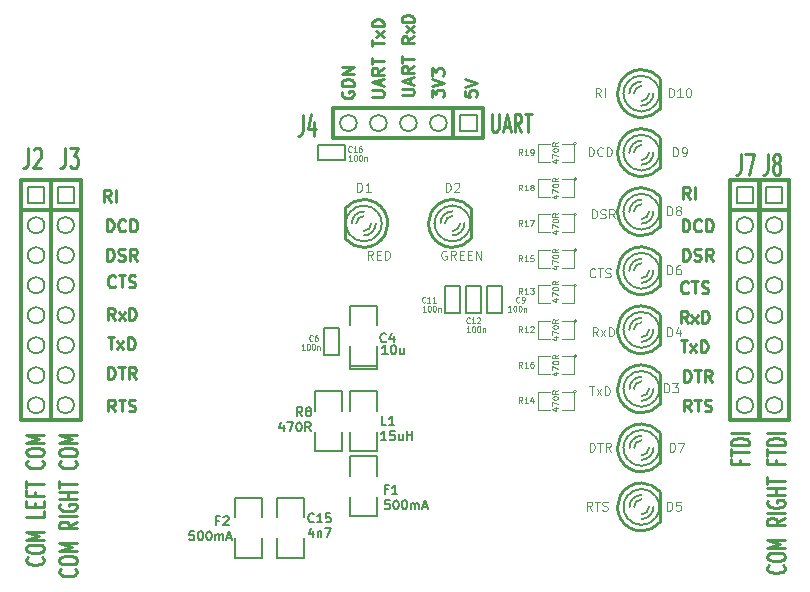
<source format=gto>
G04 (created by PCBNEW (2013-jul-07)-stable) date nie, 28 cze 2015, 22:06:29*
%MOIN*%
G04 Gerber Fmt 3.4, Leading zero omitted, Abs format*
%FSLAX34Y34*%
G01*
G70*
G90*
G04 APERTURE LIST*
%ADD10C,0.00590551*%
%ADD11C,0.00984252*%
%ADD12C,0.005*%
%ADD13C,0.0039*%
%ADD14C,0.01*%
%ADD15C,0.006*%
%ADD16C,0.012*%
%ADD17C,0.0043*%
%ADD18C,0.0045*%
%ADD19C,0.0035*%
%ADD20C,0.0107*%
G04 APERTURE END LIST*
G54D10*
G54D11*
X60259Y-22698D02*
X60484Y-22698D01*
X60372Y-23092D02*
X60372Y-22698D01*
X60578Y-23092D02*
X60784Y-22829D01*
X60578Y-22829D02*
X60784Y-23092D01*
X60934Y-23092D02*
X60934Y-22698D01*
X61028Y-22698D01*
X61084Y-22717D01*
X61122Y-22754D01*
X61140Y-22792D01*
X61159Y-22867D01*
X61159Y-22923D01*
X61140Y-22998D01*
X61122Y-23036D01*
X61084Y-23073D01*
X61028Y-23092D01*
X60934Y-23092D01*
X60494Y-22108D02*
X60362Y-21920D01*
X60269Y-22108D02*
X60269Y-21714D01*
X60419Y-21714D01*
X60456Y-21733D01*
X60475Y-21751D01*
X60494Y-21789D01*
X60494Y-21845D01*
X60475Y-21883D01*
X60456Y-21901D01*
X60419Y-21920D01*
X60269Y-21920D01*
X60625Y-22108D02*
X60831Y-21845D01*
X60625Y-21845D02*
X60831Y-22108D01*
X60981Y-22108D02*
X60981Y-21714D01*
X61075Y-21714D01*
X61131Y-21733D01*
X61168Y-21770D01*
X61187Y-21808D01*
X61206Y-21883D01*
X61206Y-21939D01*
X61187Y-22014D01*
X61168Y-22051D01*
X61131Y-22089D01*
X61075Y-22108D01*
X60981Y-22108D01*
X60512Y-20988D02*
X60494Y-21006D01*
X60437Y-21025D01*
X60400Y-21025D01*
X60344Y-21006D01*
X60306Y-20969D01*
X60287Y-20931D01*
X60269Y-20856D01*
X60269Y-20800D01*
X60287Y-20725D01*
X60306Y-20688D01*
X60344Y-20650D01*
X60400Y-20631D01*
X60437Y-20631D01*
X60494Y-20650D01*
X60512Y-20669D01*
X60625Y-20631D02*
X60850Y-20631D01*
X60737Y-21025D02*
X60737Y-20631D01*
X60962Y-21006D02*
X61018Y-21025D01*
X61112Y-21025D01*
X61150Y-21006D01*
X61168Y-20988D01*
X61187Y-20950D01*
X61187Y-20913D01*
X61168Y-20875D01*
X61150Y-20856D01*
X61112Y-20838D01*
X61037Y-20819D01*
X61000Y-20800D01*
X60981Y-20781D01*
X60962Y-20744D01*
X60962Y-20706D01*
X60981Y-20669D01*
X61000Y-20650D01*
X61037Y-20631D01*
X61131Y-20631D01*
X61187Y-20650D01*
X60240Y-20139D02*
X60240Y-19745D01*
X60334Y-19745D01*
X60390Y-19764D01*
X60428Y-19802D01*
X60447Y-19839D01*
X60465Y-19914D01*
X60465Y-19970D01*
X60447Y-20045D01*
X60428Y-20083D01*
X60390Y-20120D01*
X60334Y-20139D01*
X60240Y-20139D01*
X60615Y-20120D02*
X60672Y-20139D01*
X60765Y-20139D01*
X60803Y-20120D01*
X60822Y-20102D01*
X60840Y-20064D01*
X60840Y-20027D01*
X60822Y-19989D01*
X60803Y-19970D01*
X60765Y-19952D01*
X60690Y-19933D01*
X60653Y-19914D01*
X60634Y-19895D01*
X60615Y-19858D01*
X60615Y-19820D01*
X60634Y-19783D01*
X60653Y-19764D01*
X60690Y-19745D01*
X60784Y-19745D01*
X60840Y-19764D01*
X61234Y-20139D02*
X61103Y-19952D01*
X61009Y-20139D02*
X61009Y-19745D01*
X61159Y-19745D01*
X61197Y-19764D01*
X61215Y-19783D01*
X61234Y-19820D01*
X61234Y-19877D01*
X61215Y-19914D01*
X61197Y-19933D01*
X61159Y-19952D01*
X61009Y-19952D01*
X60278Y-24076D02*
X60278Y-23682D01*
X60372Y-23682D01*
X60428Y-23701D01*
X60465Y-23739D01*
X60484Y-23776D01*
X60503Y-23851D01*
X60503Y-23907D01*
X60484Y-23982D01*
X60465Y-24020D01*
X60428Y-24057D01*
X60372Y-24076D01*
X60278Y-24076D01*
X60615Y-23682D02*
X60840Y-23682D01*
X60728Y-24076D02*
X60728Y-23682D01*
X61197Y-24076D02*
X61065Y-23889D01*
X60972Y-24076D02*
X60972Y-23682D01*
X61122Y-23682D01*
X61159Y-23701D01*
X61178Y-23720D01*
X61197Y-23757D01*
X61197Y-23814D01*
X61178Y-23851D01*
X61159Y-23870D01*
X61122Y-23889D01*
X60972Y-23889D01*
X60512Y-25159D02*
X60381Y-24971D01*
X60287Y-25159D02*
X60287Y-24765D01*
X60437Y-24765D01*
X60475Y-24784D01*
X60494Y-24803D01*
X60512Y-24840D01*
X60512Y-24896D01*
X60494Y-24934D01*
X60475Y-24953D01*
X60437Y-24971D01*
X60287Y-24971D01*
X60625Y-24765D02*
X60850Y-24765D01*
X60737Y-25159D02*
X60737Y-24765D01*
X60962Y-25140D02*
X61018Y-25159D01*
X61112Y-25159D01*
X61150Y-25140D01*
X61168Y-25121D01*
X61187Y-25084D01*
X61187Y-25046D01*
X61168Y-25009D01*
X61150Y-24990D01*
X61112Y-24971D01*
X61037Y-24953D01*
X61000Y-24934D01*
X60981Y-24915D01*
X60962Y-24878D01*
X60962Y-24840D01*
X60981Y-24803D01*
X61000Y-24784D01*
X61037Y-24765D01*
X61131Y-24765D01*
X61187Y-24784D01*
X79705Y-25159D02*
X79574Y-24971D01*
X79480Y-25159D02*
X79480Y-24765D01*
X79630Y-24765D01*
X79668Y-24784D01*
X79686Y-24803D01*
X79705Y-24840D01*
X79705Y-24896D01*
X79686Y-24934D01*
X79668Y-24953D01*
X79630Y-24971D01*
X79480Y-24971D01*
X79818Y-24765D02*
X80043Y-24765D01*
X79930Y-25159D02*
X79930Y-24765D01*
X80155Y-25140D02*
X80211Y-25159D01*
X80305Y-25159D01*
X80343Y-25140D01*
X80361Y-25121D01*
X80380Y-25084D01*
X80380Y-25046D01*
X80361Y-25009D01*
X80343Y-24990D01*
X80305Y-24971D01*
X80230Y-24953D01*
X80193Y-24934D01*
X80174Y-24915D01*
X80155Y-24878D01*
X80155Y-24840D01*
X80174Y-24803D01*
X80193Y-24784D01*
X80230Y-24765D01*
X80324Y-24765D01*
X80380Y-24784D01*
X79471Y-24175D02*
X79471Y-23781D01*
X79565Y-23781D01*
X79621Y-23800D01*
X79658Y-23837D01*
X79677Y-23875D01*
X79696Y-23950D01*
X79696Y-24006D01*
X79677Y-24081D01*
X79658Y-24118D01*
X79621Y-24156D01*
X79565Y-24175D01*
X79471Y-24175D01*
X79808Y-23781D02*
X80033Y-23781D01*
X79921Y-24175D02*
X79921Y-23781D01*
X80389Y-24175D02*
X80258Y-23987D01*
X80164Y-24175D02*
X80164Y-23781D01*
X80314Y-23781D01*
X80352Y-23800D01*
X80371Y-23818D01*
X80389Y-23856D01*
X80389Y-23912D01*
X80371Y-23950D01*
X80352Y-23968D01*
X80314Y-23987D01*
X80164Y-23987D01*
X79354Y-22797D02*
X79579Y-22797D01*
X79466Y-23190D02*
X79466Y-22797D01*
X79672Y-23190D02*
X79879Y-22928D01*
X79672Y-22928D02*
X79879Y-23190D01*
X80029Y-23190D02*
X80029Y-22797D01*
X80122Y-22797D01*
X80179Y-22815D01*
X80216Y-22853D01*
X80235Y-22890D01*
X80254Y-22965D01*
X80254Y-23022D01*
X80235Y-23097D01*
X80216Y-23134D01*
X80179Y-23172D01*
X80122Y-23190D01*
X80029Y-23190D01*
X79588Y-22206D02*
X79457Y-22019D01*
X79363Y-22206D02*
X79363Y-21812D01*
X79513Y-21812D01*
X79550Y-21831D01*
X79569Y-21850D01*
X79588Y-21887D01*
X79588Y-21944D01*
X79569Y-21981D01*
X79550Y-22000D01*
X79513Y-22019D01*
X79363Y-22019D01*
X79719Y-22206D02*
X79925Y-21944D01*
X79719Y-21944D02*
X79925Y-22206D01*
X80075Y-22206D02*
X80075Y-21812D01*
X80169Y-21812D01*
X80225Y-21831D01*
X80263Y-21869D01*
X80282Y-21906D01*
X80300Y-21981D01*
X80300Y-22037D01*
X80282Y-22112D01*
X80263Y-22150D01*
X80225Y-22187D01*
X80169Y-22206D01*
X80075Y-22206D01*
X79607Y-21184D02*
X79588Y-21203D01*
X79532Y-21222D01*
X79494Y-21222D01*
X79438Y-21203D01*
X79401Y-21166D01*
X79382Y-21128D01*
X79363Y-21053D01*
X79363Y-20997D01*
X79382Y-20922D01*
X79401Y-20884D01*
X79438Y-20847D01*
X79494Y-20828D01*
X79532Y-20828D01*
X79588Y-20847D01*
X79607Y-20866D01*
X79719Y-20828D02*
X79944Y-20828D01*
X79832Y-21222D02*
X79832Y-20828D01*
X80057Y-21203D02*
X80113Y-21222D01*
X80207Y-21222D01*
X80244Y-21203D01*
X80263Y-21184D01*
X80282Y-21147D01*
X80282Y-21109D01*
X80263Y-21072D01*
X80244Y-21053D01*
X80207Y-21034D01*
X80132Y-21016D01*
X80094Y-20997D01*
X80075Y-20978D01*
X80057Y-20941D01*
X80057Y-20903D01*
X80075Y-20866D01*
X80094Y-20847D01*
X80132Y-20828D01*
X80225Y-20828D01*
X80282Y-20847D01*
X79433Y-20139D02*
X79433Y-19745D01*
X79527Y-19745D01*
X79583Y-19764D01*
X79621Y-19802D01*
X79640Y-19839D01*
X79658Y-19914D01*
X79658Y-19970D01*
X79640Y-20045D01*
X79621Y-20083D01*
X79583Y-20120D01*
X79527Y-20139D01*
X79433Y-20139D01*
X79808Y-20120D02*
X79865Y-20139D01*
X79958Y-20139D01*
X79996Y-20120D01*
X80014Y-20102D01*
X80033Y-20064D01*
X80033Y-20027D01*
X80014Y-19989D01*
X79996Y-19970D01*
X79958Y-19952D01*
X79883Y-19933D01*
X79846Y-19914D01*
X79827Y-19895D01*
X79808Y-19858D01*
X79808Y-19820D01*
X79827Y-19783D01*
X79846Y-19764D01*
X79883Y-19745D01*
X79977Y-19745D01*
X80033Y-19764D01*
X80427Y-20139D02*
X80296Y-19952D01*
X80202Y-20139D02*
X80202Y-19745D01*
X80352Y-19745D01*
X80389Y-19764D01*
X80408Y-19783D01*
X80427Y-19820D01*
X80427Y-19877D01*
X80408Y-19914D01*
X80389Y-19933D01*
X80352Y-19952D01*
X80202Y-19952D01*
X60231Y-19155D02*
X60231Y-18761D01*
X60325Y-18761D01*
X60381Y-18780D01*
X60419Y-18817D01*
X60437Y-18855D01*
X60456Y-18930D01*
X60456Y-18986D01*
X60437Y-19061D01*
X60419Y-19099D01*
X60381Y-19136D01*
X60325Y-19155D01*
X60231Y-19155D01*
X60850Y-19117D02*
X60831Y-19136D01*
X60775Y-19155D01*
X60737Y-19155D01*
X60681Y-19136D01*
X60643Y-19099D01*
X60625Y-19061D01*
X60606Y-18986D01*
X60606Y-18930D01*
X60625Y-18855D01*
X60643Y-18817D01*
X60681Y-18780D01*
X60737Y-18761D01*
X60775Y-18761D01*
X60831Y-18780D01*
X60850Y-18799D01*
X61018Y-19155D02*
X61018Y-18761D01*
X61112Y-18761D01*
X61168Y-18780D01*
X61206Y-18817D01*
X61225Y-18855D01*
X61243Y-18930D01*
X61243Y-18986D01*
X61225Y-19061D01*
X61206Y-19099D01*
X61168Y-19136D01*
X61112Y-19155D01*
X61018Y-19155D01*
X79424Y-19155D02*
X79424Y-18761D01*
X79518Y-18761D01*
X79574Y-18780D01*
X79611Y-18817D01*
X79630Y-18855D01*
X79649Y-18930D01*
X79649Y-18986D01*
X79630Y-19061D01*
X79611Y-19099D01*
X79574Y-19136D01*
X79518Y-19155D01*
X79424Y-19155D01*
X80043Y-19117D02*
X80024Y-19136D01*
X79968Y-19155D01*
X79930Y-19155D01*
X79874Y-19136D01*
X79836Y-19099D01*
X79818Y-19061D01*
X79799Y-18986D01*
X79799Y-18930D01*
X79818Y-18855D01*
X79836Y-18817D01*
X79874Y-18780D01*
X79930Y-18761D01*
X79968Y-18761D01*
X80024Y-18780D01*
X80043Y-18799D01*
X80211Y-19155D02*
X80211Y-18761D01*
X80305Y-18761D01*
X80361Y-18780D01*
X80399Y-18817D01*
X80418Y-18855D01*
X80436Y-18930D01*
X80436Y-18986D01*
X80418Y-19061D01*
X80399Y-19099D01*
X80361Y-19136D01*
X80305Y-19155D01*
X80211Y-19155D01*
X60362Y-18171D02*
X60231Y-17983D01*
X60137Y-18171D02*
X60137Y-17777D01*
X60287Y-17777D01*
X60325Y-17796D01*
X60344Y-17814D01*
X60362Y-17852D01*
X60362Y-17908D01*
X60344Y-17946D01*
X60325Y-17964D01*
X60287Y-17983D01*
X60137Y-17983D01*
X60531Y-18171D02*
X60531Y-17777D01*
X79658Y-18072D02*
X79527Y-17885D01*
X79433Y-18072D02*
X79433Y-17679D01*
X79583Y-17679D01*
X79621Y-17697D01*
X79640Y-17716D01*
X79658Y-17754D01*
X79658Y-17810D01*
X79640Y-17847D01*
X79621Y-17866D01*
X79583Y-17885D01*
X79433Y-17885D01*
X79827Y-18072D02*
X79827Y-17679D01*
X72165Y-14474D02*
X72165Y-14662D01*
X72353Y-14681D01*
X72334Y-14662D01*
X72315Y-14624D01*
X72315Y-14531D01*
X72334Y-14493D01*
X72353Y-14474D01*
X72390Y-14456D01*
X72484Y-14456D01*
X72521Y-14474D01*
X72540Y-14493D01*
X72559Y-14531D01*
X72559Y-14624D01*
X72540Y-14662D01*
X72521Y-14681D01*
X72165Y-14343D02*
X72559Y-14212D01*
X72165Y-14081D01*
X71065Y-14687D02*
X71065Y-14443D01*
X71215Y-14574D01*
X71215Y-14518D01*
X71234Y-14481D01*
X71253Y-14462D01*
X71290Y-14443D01*
X71384Y-14443D01*
X71421Y-14462D01*
X71440Y-14481D01*
X71459Y-14518D01*
X71459Y-14631D01*
X71440Y-14668D01*
X71421Y-14687D01*
X71065Y-14331D02*
X71459Y-14200D01*
X71065Y-14068D01*
X71065Y-13975D02*
X71065Y-13731D01*
X71215Y-13862D01*
X71215Y-13806D01*
X71234Y-13768D01*
X71253Y-13750D01*
X71290Y-13731D01*
X71384Y-13731D01*
X71421Y-13750D01*
X71440Y-13768D01*
X71459Y-13806D01*
X71459Y-13918D01*
X71440Y-13956D01*
X71421Y-13975D01*
X70065Y-14631D02*
X70384Y-14631D01*
X70421Y-14612D01*
X70440Y-14593D01*
X70459Y-14556D01*
X70459Y-14481D01*
X70440Y-14443D01*
X70421Y-14424D01*
X70384Y-14406D01*
X70065Y-14406D01*
X70346Y-14237D02*
X70346Y-14049D01*
X70459Y-14274D02*
X70065Y-14143D01*
X70459Y-14012D01*
X70459Y-13656D02*
X70271Y-13787D01*
X70459Y-13881D02*
X70065Y-13881D01*
X70065Y-13731D01*
X70084Y-13693D01*
X70103Y-13674D01*
X70140Y-13656D01*
X70196Y-13656D01*
X70234Y-13674D01*
X70253Y-13693D01*
X70271Y-13731D01*
X70271Y-13881D01*
X70065Y-13543D02*
X70065Y-13318D01*
X70459Y-13431D02*
X70065Y-13431D01*
X70459Y-12662D02*
X70271Y-12793D01*
X70459Y-12887D02*
X70065Y-12887D01*
X70065Y-12737D01*
X70084Y-12700D01*
X70103Y-12681D01*
X70140Y-12662D01*
X70196Y-12662D01*
X70234Y-12681D01*
X70253Y-12700D01*
X70271Y-12737D01*
X70271Y-12887D01*
X70459Y-12531D02*
X70196Y-12325D01*
X70196Y-12531D02*
X70459Y-12325D01*
X70459Y-12175D02*
X70065Y-12175D01*
X70065Y-12081D01*
X70084Y-12025D01*
X70121Y-11987D01*
X70159Y-11968D01*
X70234Y-11950D01*
X70290Y-11950D01*
X70365Y-11968D01*
X70403Y-11987D01*
X70440Y-12025D01*
X70459Y-12081D01*
X70459Y-12175D01*
X69065Y-14684D02*
X69384Y-14684D01*
X69421Y-14665D01*
X69440Y-14646D01*
X69459Y-14609D01*
X69459Y-14534D01*
X69440Y-14496D01*
X69421Y-14477D01*
X69384Y-14459D01*
X69065Y-14459D01*
X69346Y-14290D02*
X69346Y-14103D01*
X69459Y-14328D02*
X69065Y-14196D01*
X69459Y-14065D01*
X69459Y-13709D02*
X69271Y-13840D01*
X69459Y-13934D02*
X69065Y-13934D01*
X69065Y-13784D01*
X69084Y-13746D01*
X69103Y-13728D01*
X69140Y-13709D01*
X69196Y-13709D01*
X69234Y-13728D01*
X69253Y-13746D01*
X69271Y-13784D01*
X69271Y-13934D01*
X69065Y-13596D02*
X69065Y-13371D01*
X69459Y-13484D02*
X69065Y-13484D01*
X69065Y-12996D02*
X69065Y-12771D01*
X69459Y-12884D02*
X69065Y-12884D01*
X69459Y-12678D02*
X69196Y-12471D01*
X69196Y-12678D02*
X69459Y-12471D01*
X69459Y-12322D02*
X69065Y-12322D01*
X69065Y-12228D01*
X69084Y-12172D01*
X69121Y-12134D01*
X69159Y-12115D01*
X69234Y-12097D01*
X69290Y-12097D01*
X69365Y-12115D01*
X69403Y-12134D01*
X69440Y-12172D01*
X69459Y-12228D01*
X69459Y-12322D01*
X68084Y-14499D02*
X68065Y-14537D01*
X68065Y-14593D01*
X68084Y-14649D01*
X68121Y-14687D01*
X68159Y-14706D01*
X68234Y-14724D01*
X68290Y-14724D01*
X68365Y-14706D01*
X68403Y-14687D01*
X68440Y-14649D01*
X68459Y-14593D01*
X68459Y-14556D01*
X68440Y-14499D01*
X68421Y-14481D01*
X68290Y-14481D01*
X68290Y-14556D01*
X68459Y-14312D02*
X68065Y-14312D01*
X68065Y-14218D01*
X68084Y-14162D01*
X68121Y-14125D01*
X68159Y-14106D01*
X68234Y-14087D01*
X68290Y-14087D01*
X68365Y-14106D01*
X68403Y-14125D01*
X68440Y-14162D01*
X68459Y-14218D01*
X68459Y-14312D01*
X68459Y-13918D02*
X68065Y-13918D01*
X68459Y-13693D01*
X68065Y-13693D01*
G54D12*
X68349Y-28657D02*
X69249Y-28657D01*
X69249Y-28657D02*
X69249Y-28007D01*
X68349Y-27307D02*
X68349Y-26657D01*
X68349Y-26657D02*
X69249Y-26657D01*
X69249Y-26657D02*
X69249Y-27307D01*
X68349Y-28007D02*
X68349Y-28657D01*
G54D13*
X75896Y-16235D02*
G75*
G03X75896Y-16235I-50J0D01*
G74*
G01*
X75396Y-16235D02*
X75796Y-16235D01*
X75796Y-16235D02*
X75796Y-16835D01*
X75796Y-16835D02*
X75396Y-16835D01*
X74996Y-16835D02*
X74596Y-16835D01*
X74596Y-16835D02*
X74596Y-16235D01*
X74596Y-16235D02*
X74996Y-16235D01*
X75896Y-17416D02*
G75*
G03X75896Y-17416I-50J0D01*
G74*
G01*
X75396Y-17416D02*
X75796Y-17416D01*
X75796Y-17416D02*
X75796Y-18016D01*
X75796Y-18016D02*
X75396Y-18016D01*
X74996Y-18016D02*
X74596Y-18016D01*
X74596Y-18016D02*
X74596Y-17416D01*
X74596Y-17416D02*
X74996Y-17416D01*
X75896Y-18597D02*
G75*
G03X75896Y-18597I-50J0D01*
G74*
G01*
X75396Y-18597D02*
X75796Y-18597D01*
X75796Y-18597D02*
X75796Y-19197D01*
X75796Y-19197D02*
X75396Y-19197D01*
X74996Y-19197D02*
X74596Y-19197D01*
X74596Y-19197D02*
X74596Y-18597D01*
X74596Y-18597D02*
X74996Y-18597D01*
X75896Y-19778D02*
G75*
G03X75896Y-19778I-50J0D01*
G74*
G01*
X75396Y-19778D02*
X75796Y-19778D01*
X75796Y-19778D02*
X75796Y-20378D01*
X75796Y-20378D02*
X75396Y-20378D01*
X74996Y-20378D02*
X74596Y-20378D01*
X74596Y-20378D02*
X74596Y-19778D01*
X74596Y-19778D02*
X74996Y-19778D01*
X75896Y-23322D02*
G75*
G03X75896Y-23322I-50J0D01*
G74*
G01*
X75396Y-23322D02*
X75796Y-23322D01*
X75796Y-23322D02*
X75796Y-23922D01*
X75796Y-23922D02*
X75396Y-23922D01*
X74996Y-23922D02*
X74596Y-23922D01*
X74596Y-23922D02*
X74596Y-23322D01*
X74596Y-23322D02*
X74996Y-23322D01*
G54D12*
X67966Y-22384D02*
X67966Y-23284D01*
X67966Y-23284D02*
X67466Y-23284D01*
X67466Y-23284D02*
X67466Y-22384D01*
X67466Y-22384D02*
X67966Y-22384D01*
G54D14*
X78672Y-22940D02*
X78672Y-21940D01*
G54D15*
X77591Y-22056D02*
G75*
G03X77452Y-22440I460J-384D01*
G74*
G01*
X77453Y-22440D02*
G75*
G03X77604Y-22838I599J0D01*
G74*
G01*
X78652Y-22440D02*
G75*
G03X78507Y-22050I-599J0D01*
G74*
G01*
X78513Y-22825D02*
G75*
G03X78652Y-22440I-460J384D01*
G74*
G01*
X78540Y-22091D02*
G75*
G03X78052Y-21840I-487J-349D01*
G74*
G01*
X78052Y-21840D02*
G75*
G03X77572Y-22080I0J-600D01*
G74*
G01*
X78052Y-23040D02*
G75*
G03X78525Y-22809I0J599D01*
G74*
G01*
X77579Y-22809D02*
G75*
G03X78052Y-23040I473J368D01*
G74*
G01*
X78052Y-22190D02*
G75*
G03X77802Y-22440I0J-250D01*
G74*
G01*
X78052Y-22040D02*
G75*
G03X77652Y-22440I0J-400D01*
G74*
G01*
X78052Y-22690D02*
G75*
G03X78302Y-22440I0J250D01*
G74*
G01*
X78052Y-22840D02*
G75*
G03X78452Y-22440I0J400D01*
G74*
G01*
G54D14*
X78666Y-21927D02*
G75*
G03X78052Y-21640I-613J-513D01*
G74*
G01*
X78052Y-21641D02*
G75*
G03X77347Y-22064I0J-799D01*
G74*
G01*
X78054Y-23239D02*
G75*
G03X78663Y-22956I-1J798D01*
G74*
G01*
X77358Y-22838D02*
G75*
G03X78052Y-23240I694J397D01*
G74*
G01*
X77348Y-22061D02*
G75*
G03X77252Y-22440I704J-379D01*
G74*
G01*
X77253Y-22440D02*
G75*
G03X77371Y-22859I799J0D01*
G74*
G01*
X78672Y-15066D02*
X78672Y-14066D01*
G54D15*
X77591Y-14182D02*
G75*
G03X77452Y-14566I460J-384D01*
G74*
G01*
X77453Y-14566D02*
G75*
G03X77604Y-14964I599J0D01*
G74*
G01*
X78652Y-14566D02*
G75*
G03X78507Y-14176I-599J0D01*
G74*
G01*
X78513Y-14950D02*
G75*
G03X78652Y-14566I-460J384D01*
G74*
G01*
X78540Y-14217D02*
G75*
G03X78052Y-13966I-487J-349D01*
G74*
G01*
X78052Y-13966D02*
G75*
G03X77572Y-14206I0J-600D01*
G74*
G01*
X78052Y-15166D02*
G75*
G03X78525Y-14935I0J599D01*
G74*
G01*
X77579Y-14935D02*
G75*
G03X78052Y-15166I473J368D01*
G74*
G01*
X78052Y-14316D02*
G75*
G03X77802Y-14566I0J-250D01*
G74*
G01*
X78052Y-14166D02*
G75*
G03X77652Y-14566I0J-400D01*
G74*
G01*
X78052Y-14816D02*
G75*
G03X78302Y-14566I0J250D01*
G74*
G01*
X78052Y-14966D02*
G75*
G03X78452Y-14566I0J400D01*
G74*
G01*
G54D14*
X78666Y-14053D02*
G75*
G03X78052Y-13766I-613J-513D01*
G74*
G01*
X78052Y-13767D02*
G75*
G03X77347Y-14190I0J-799D01*
G74*
G01*
X78054Y-15365D02*
G75*
G03X78663Y-15082I-1J798D01*
G74*
G01*
X77358Y-14964D02*
G75*
G03X78052Y-15366I694J397D01*
G74*
G01*
X77348Y-14187D02*
G75*
G03X77252Y-14566I704J-379D01*
G74*
G01*
X77253Y-14566D02*
G75*
G03X77371Y-14985I799J0D01*
G74*
G01*
X78672Y-17035D02*
X78672Y-16035D01*
G54D15*
X77591Y-16151D02*
G75*
G03X77452Y-16535I460J-384D01*
G74*
G01*
X77453Y-16535D02*
G75*
G03X77604Y-16933I599J0D01*
G74*
G01*
X78652Y-16535D02*
G75*
G03X78507Y-16145I-599J0D01*
G74*
G01*
X78513Y-16919D02*
G75*
G03X78652Y-16535I-460J384D01*
G74*
G01*
X78540Y-16186D02*
G75*
G03X78052Y-15935I-487J-349D01*
G74*
G01*
X78052Y-15935D02*
G75*
G03X77572Y-16175I0J-599D01*
G74*
G01*
X78052Y-17134D02*
G75*
G03X78525Y-16903I0J599D01*
G74*
G01*
X77579Y-16904D02*
G75*
G03X78052Y-17135I473J368D01*
G74*
G01*
X78052Y-16285D02*
G75*
G03X77802Y-16535I0J-249D01*
G74*
G01*
X78052Y-16135D02*
G75*
G03X77652Y-16535I0J-399D01*
G74*
G01*
X78052Y-16785D02*
G75*
G03X78302Y-16535I0J250D01*
G74*
G01*
X78052Y-16935D02*
G75*
G03X78452Y-16535I0J400D01*
G74*
G01*
G54D14*
X78666Y-16022D02*
G75*
G03X78052Y-15735I-613J-513D01*
G74*
G01*
X78052Y-15736D02*
G75*
G03X77347Y-16159I0J-798D01*
G74*
G01*
X78054Y-17334D02*
G75*
G03X78663Y-17051I-1J798D01*
G74*
G01*
X77358Y-16933D02*
G75*
G03X78052Y-17335I694J397D01*
G74*
G01*
X77348Y-16156D02*
G75*
G03X77252Y-16535I704J-379D01*
G74*
G01*
X77253Y-16535D02*
G75*
G03X77371Y-16954I799J0D01*
G74*
G01*
X78672Y-19003D02*
X78672Y-18003D01*
G54D15*
X77591Y-18119D02*
G75*
G03X77452Y-18503I460J-384D01*
G74*
G01*
X77453Y-18503D02*
G75*
G03X77604Y-18901I599J0D01*
G74*
G01*
X78652Y-18503D02*
G75*
G03X78507Y-18113I-599J0D01*
G74*
G01*
X78513Y-18888D02*
G75*
G03X78652Y-18503I-460J384D01*
G74*
G01*
X78540Y-18154D02*
G75*
G03X78052Y-17903I-487J-349D01*
G74*
G01*
X78052Y-17903D02*
G75*
G03X77572Y-18143I0J-600D01*
G74*
G01*
X78052Y-19103D02*
G75*
G03X78525Y-18872I0J599D01*
G74*
G01*
X77579Y-18872D02*
G75*
G03X78052Y-19103I473J368D01*
G74*
G01*
X78052Y-18253D02*
G75*
G03X77802Y-18503I0J-250D01*
G74*
G01*
X78052Y-18103D02*
G75*
G03X77652Y-18503I0J-400D01*
G74*
G01*
X78052Y-18753D02*
G75*
G03X78302Y-18503I0J250D01*
G74*
G01*
X78052Y-18903D02*
G75*
G03X78452Y-18503I0J400D01*
G74*
G01*
G54D14*
X78666Y-17990D02*
G75*
G03X78052Y-17703I-613J-513D01*
G74*
G01*
X78052Y-17704D02*
G75*
G03X77347Y-18127I0J-799D01*
G74*
G01*
X78054Y-19302D02*
G75*
G03X78663Y-19019I-1J798D01*
G74*
G01*
X77358Y-18901D02*
G75*
G03X78052Y-19303I694J397D01*
G74*
G01*
X77348Y-18124D02*
G75*
G03X77252Y-18503I704J-379D01*
G74*
G01*
X77253Y-18503D02*
G75*
G03X77371Y-18922I799J0D01*
G74*
G01*
X78672Y-26877D02*
X78672Y-25877D01*
G54D15*
X77591Y-25993D02*
G75*
G03X77452Y-26377I460J-384D01*
G74*
G01*
X77453Y-26377D02*
G75*
G03X77604Y-26775I599J0D01*
G74*
G01*
X78652Y-26377D02*
G75*
G03X78507Y-25987I-599J0D01*
G74*
G01*
X78513Y-26762D02*
G75*
G03X78652Y-26377I-460J384D01*
G74*
G01*
X78540Y-26028D02*
G75*
G03X78052Y-25777I-487J-349D01*
G74*
G01*
X78052Y-25777D02*
G75*
G03X77572Y-26017I0J-600D01*
G74*
G01*
X78052Y-26977D02*
G75*
G03X78525Y-26746I0J599D01*
G74*
G01*
X77579Y-26746D02*
G75*
G03X78052Y-26977I473J368D01*
G74*
G01*
X78052Y-26127D02*
G75*
G03X77802Y-26377I0J-250D01*
G74*
G01*
X78052Y-25977D02*
G75*
G03X77652Y-26377I0J-400D01*
G74*
G01*
X78052Y-26627D02*
G75*
G03X78302Y-26377I0J250D01*
G74*
G01*
X78052Y-26777D02*
G75*
G03X78452Y-26377I0J400D01*
G74*
G01*
G54D14*
X78666Y-25864D02*
G75*
G03X78052Y-25577I-613J-513D01*
G74*
G01*
X78052Y-25578D02*
G75*
G03X77347Y-26001I0J-799D01*
G74*
G01*
X78054Y-27176D02*
G75*
G03X78663Y-26893I-1J798D01*
G74*
G01*
X77358Y-26775D02*
G75*
G03X78052Y-27177I694J397D01*
G74*
G01*
X77348Y-25998D02*
G75*
G03X77252Y-26377I704J-379D01*
G74*
G01*
X77253Y-26377D02*
G75*
G03X77371Y-26796I799J0D01*
G74*
G01*
X78672Y-20972D02*
X78672Y-19972D01*
G54D15*
X77591Y-20088D02*
G75*
G03X77452Y-20472I460J-384D01*
G74*
G01*
X77453Y-20472D02*
G75*
G03X77604Y-20870I599J0D01*
G74*
G01*
X78652Y-20472D02*
G75*
G03X78507Y-20082I-599J0D01*
G74*
G01*
X78513Y-20856D02*
G75*
G03X78652Y-20472I-460J384D01*
G74*
G01*
X78540Y-20123D02*
G75*
G03X78052Y-19872I-487J-349D01*
G74*
G01*
X78052Y-19872D02*
G75*
G03X77572Y-20112I0J-600D01*
G74*
G01*
X78052Y-21071D02*
G75*
G03X78525Y-20840I0J599D01*
G74*
G01*
X77579Y-20841D02*
G75*
G03X78052Y-21072I473J368D01*
G74*
G01*
X78052Y-20222D02*
G75*
G03X77802Y-20472I0J-250D01*
G74*
G01*
X78052Y-20072D02*
G75*
G03X77652Y-20472I0J-400D01*
G74*
G01*
X78052Y-20722D02*
G75*
G03X78302Y-20472I0J250D01*
G74*
G01*
X78052Y-20872D02*
G75*
G03X78452Y-20472I0J400D01*
G74*
G01*
G54D14*
X78666Y-19959D02*
G75*
G03X78052Y-19672I-613J-513D01*
G74*
G01*
X78052Y-19673D02*
G75*
G03X77347Y-20096I0J-799D01*
G74*
G01*
X78054Y-21271D02*
G75*
G03X78663Y-20988I-1J798D01*
G74*
G01*
X77358Y-20870D02*
G75*
G03X78052Y-21272I694J397D01*
G74*
G01*
X77348Y-20093D02*
G75*
G03X77252Y-20472I704J-379D01*
G74*
G01*
X77253Y-20472D02*
G75*
G03X77371Y-20891I799J0D01*
G74*
G01*
X78672Y-28846D02*
X78672Y-27846D01*
G54D15*
X77591Y-27962D02*
G75*
G03X77452Y-28346I460J-384D01*
G74*
G01*
X77453Y-28346D02*
G75*
G03X77604Y-28744I599J0D01*
G74*
G01*
X78652Y-28346D02*
G75*
G03X78507Y-27956I-599J0D01*
G74*
G01*
X78513Y-28730D02*
G75*
G03X78652Y-28346I-460J384D01*
G74*
G01*
X78540Y-27997D02*
G75*
G03X78052Y-27746I-487J-349D01*
G74*
G01*
X78052Y-27746D02*
G75*
G03X77572Y-27986I0J-600D01*
G74*
G01*
X78052Y-28945D02*
G75*
G03X78525Y-28714I0J599D01*
G74*
G01*
X77579Y-28715D02*
G75*
G03X78052Y-28946I473J368D01*
G74*
G01*
X78052Y-28096D02*
G75*
G03X77802Y-28346I0J-250D01*
G74*
G01*
X78052Y-27946D02*
G75*
G03X77652Y-28346I0J-400D01*
G74*
G01*
X78052Y-28596D02*
G75*
G03X78302Y-28346I0J250D01*
G74*
G01*
X78052Y-28746D02*
G75*
G03X78452Y-28346I0J400D01*
G74*
G01*
G54D14*
X78666Y-27833D02*
G75*
G03X78052Y-27546I-613J-513D01*
G74*
G01*
X78052Y-27547D02*
G75*
G03X77347Y-27970I0J-799D01*
G74*
G01*
X78054Y-29145D02*
G75*
G03X78663Y-28862I-1J798D01*
G74*
G01*
X77358Y-28744D02*
G75*
G03X78052Y-29146I694J397D01*
G74*
G01*
X77348Y-27967D02*
G75*
G03X77252Y-28346I704J-379D01*
G74*
G01*
X77253Y-28346D02*
G75*
G03X77371Y-28765I799J0D01*
G74*
G01*
X78672Y-24909D02*
X78672Y-23909D01*
G54D15*
X77591Y-24025D02*
G75*
G03X77452Y-24409I460J-384D01*
G74*
G01*
X77453Y-24409D02*
G75*
G03X77604Y-24807I599J0D01*
G74*
G01*
X78652Y-24409D02*
G75*
G03X78507Y-24019I-599J0D01*
G74*
G01*
X78513Y-24793D02*
G75*
G03X78652Y-24409I-460J384D01*
G74*
G01*
X78540Y-24060D02*
G75*
G03X78052Y-23809I-487J-349D01*
G74*
G01*
X78052Y-23809D02*
G75*
G03X77572Y-24049I0J-600D01*
G74*
G01*
X78052Y-25008D02*
G75*
G03X78525Y-24777I0J599D01*
G74*
G01*
X77579Y-24778D02*
G75*
G03X78052Y-25009I473J368D01*
G74*
G01*
X78052Y-24159D02*
G75*
G03X77802Y-24409I0J-250D01*
G74*
G01*
X78052Y-24009D02*
G75*
G03X77652Y-24409I0J-400D01*
G74*
G01*
X78052Y-24659D02*
G75*
G03X78302Y-24409I0J250D01*
G74*
G01*
X78052Y-24809D02*
G75*
G03X78452Y-24409I0J400D01*
G74*
G01*
G54D14*
X78666Y-23896D02*
G75*
G03X78052Y-23609I-613J-513D01*
G74*
G01*
X78052Y-23610D02*
G75*
G03X77347Y-24033I0J-798D01*
G74*
G01*
X78054Y-25208D02*
G75*
G03X78663Y-24925I-1J798D01*
G74*
G01*
X77358Y-24807D02*
G75*
G03X78052Y-25209I694J397D01*
G74*
G01*
X77348Y-24030D02*
G75*
G03X77252Y-24409I704J-379D01*
G74*
G01*
X77253Y-24409D02*
G75*
G03X77371Y-24828I799J0D01*
G74*
G01*
G54D12*
X68349Y-23637D02*
X68349Y-23737D01*
X68349Y-23737D02*
X69249Y-23737D01*
X69249Y-23737D02*
X69249Y-23637D01*
X68349Y-23637D02*
X69249Y-23637D01*
X69249Y-23637D02*
X69249Y-22987D01*
X68349Y-22287D02*
X68349Y-21637D01*
X68349Y-21637D02*
X69249Y-21637D01*
X69249Y-21637D02*
X69249Y-22287D01*
X68349Y-22987D02*
X68349Y-23637D01*
X72716Y-20966D02*
X72716Y-21866D01*
X72716Y-21866D02*
X72216Y-21866D01*
X72216Y-21866D02*
X72216Y-20966D01*
X72216Y-20966D02*
X72716Y-20966D01*
X72916Y-21866D02*
X72916Y-20966D01*
X72916Y-20966D02*
X73416Y-20966D01*
X73416Y-20966D02*
X73416Y-21866D01*
X73416Y-21866D02*
X72916Y-21866D01*
X72016Y-20966D02*
X72016Y-21866D01*
X72016Y-21866D02*
X71516Y-21866D01*
X71516Y-21866D02*
X71516Y-20966D01*
X71516Y-20966D02*
X72016Y-20966D01*
G54D16*
X81996Y-17456D02*
X81996Y-25456D01*
X81996Y-25456D02*
X80996Y-25456D01*
X80996Y-25456D02*
X80996Y-17456D01*
X80996Y-17456D02*
X81996Y-17456D01*
X80996Y-18456D02*
X81996Y-18456D01*
X59358Y-17456D02*
X59358Y-25456D01*
X59358Y-25456D02*
X58358Y-25456D01*
X58358Y-25456D02*
X58358Y-17456D01*
X58358Y-17456D02*
X59358Y-17456D01*
X58358Y-18456D02*
X59358Y-18456D01*
X58374Y-17456D02*
X58374Y-25456D01*
X58374Y-25456D02*
X57374Y-25456D01*
X57374Y-25456D02*
X57374Y-17456D01*
X57374Y-17456D02*
X58374Y-17456D01*
X57374Y-18456D02*
X58374Y-18456D01*
X82980Y-17456D02*
X82980Y-25456D01*
X82980Y-25456D02*
X81980Y-25456D01*
X81980Y-25456D02*
X81980Y-17456D01*
X81980Y-17456D02*
X82980Y-17456D01*
X81980Y-18456D02*
X82980Y-18456D01*
X72783Y-15051D02*
X72783Y-16051D01*
X72783Y-16051D02*
X67783Y-16051D01*
X67783Y-16051D02*
X67783Y-15051D01*
X67783Y-15051D02*
X72783Y-15051D01*
X71783Y-15051D02*
X71783Y-16051D01*
G54D13*
X75896Y-24503D02*
G75*
G03X75896Y-24503I-50J0D01*
G74*
G01*
X75396Y-24503D02*
X75796Y-24503D01*
X75796Y-24503D02*
X75796Y-25103D01*
X75796Y-25103D02*
X75396Y-25103D01*
X74996Y-25103D02*
X74596Y-25103D01*
X74596Y-25103D02*
X74596Y-24503D01*
X74596Y-24503D02*
X74996Y-24503D01*
X75896Y-20959D02*
G75*
G03X75896Y-20959I-50J0D01*
G74*
G01*
X75396Y-20959D02*
X75796Y-20959D01*
X75796Y-20959D02*
X75796Y-21559D01*
X75796Y-21559D02*
X75396Y-21559D01*
X74996Y-21559D02*
X74596Y-21559D01*
X74596Y-21559D02*
X74596Y-20959D01*
X74596Y-20959D02*
X74996Y-20959D01*
X75896Y-22140D02*
G75*
G03X75896Y-22140I-50J0D01*
G74*
G01*
X75396Y-22140D02*
X75796Y-22140D01*
X75796Y-22140D02*
X75796Y-22740D01*
X75796Y-22740D02*
X75396Y-22740D01*
X74996Y-22740D02*
X74596Y-22740D01*
X74596Y-22740D02*
X74596Y-22140D01*
X74596Y-22140D02*
X74996Y-22140D01*
G54D12*
X65888Y-30035D02*
X66788Y-30035D01*
X66788Y-30035D02*
X66788Y-29385D01*
X65888Y-28685D02*
X65888Y-28035D01*
X65888Y-28035D02*
X66788Y-28035D01*
X66788Y-28035D02*
X66788Y-28685D01*
X65888Y-29385D02*
X65888Y-30035D01*
X68068Y-24492D02*
X67168Y-24492D01*
X67168Y-24492D02*
X67168Y-25142D01*
X68068Y-25842D02*
X68068Y-26492D01*
X68068Y-26492D02*
X67168Y-26492D01*
X67168Y-26492D02*
X67168Y-25842D01*
X68068Y-25142D02*
X68068Y-24492D01*
X65410Y-28035D02*
X64510Y-28035D01*
X64510Y-28035D02*
X64510Y-28685D01*
X65410Y-29385D02*
X65410Y-30035D01*
X65410Y-30035D02*
X64510Y-30035D01*
X64510Y-30035D02*
X64510Y-29385D01*
X65410Y-28685D02*
X65410Y-28035D01*
G54D14*
X68177Y-18397D02*
X68177Y-19397D01*
G54D15*
X69258Y-19281D02*
G75*
G03X69397Y-18897I-460J384D01*
G74*
G01*
X69396Y-18897D02*
G75*
G03X69245Y-18499I-599J0D01*
G74*
G01*
X68198Y-18897D02*
G75*
G03X68342Y-19287I599J0D01*
G74*
G01*
X68336Y-18513D02*
G75*
G03X68197Y-18897I460J-384D01*
G74*
G01*
X68309Y-19246D02*
G75*
G03X68797Y-19497I487J349D01*
G74*
G01*
X68797Y-19497D02*
G75*
G03X69277Y-19257I0J600D01*
G74*
G01*
X68797Y-18298D02*
G75*
G03X68324Y-18529I0J-599D01*
G74*
G01*
X69271Y-18529D02*
G75*
G03X68797Y-18297I-473J-368D01*
G74*
G01*
X68797Y-19147D02*
G75*
G03X69047Y-18897I0J250D01*
G74*
G01*
X68797Y-19297D02*
G75*
G03X69197Y-18897I0J400D01*
G74*
G01*
X68797Y-18647D02*
G75*
G03X68547Y-18897I0J-250D01*
G74*
G01*
X68797Y-18497D02*
G75*
G03X68397Y-18897I0J-400D01*
G74*
G01*
G54D14*
X68183Y-19410D02*
G75*
G03X68797Y-19697I613J513D01*
G74*
G01*
X68797Y-19696D02*
G75*
G03X69502Y-19273I0J799D01*
G74*
G01*
X68796Y-18098D02*
G75*
G03X68187Y-18381I1J-798D01*
G74*
G01*
X69491Y-18500D02*
G75*
G03X68797Y-18097I-694J-397D01*
G74*
G01*
X69502Y-19276D02*
G75*
G03X69597Y-18897I-704J379D01*
G74*
G01*
X69597Y-18897D02*
G75*
G03X69478Y-18478I-799J0D01*
G74*
G01*
X72373Y-19397D02*
X72373Y-18397D01*
G54D15*
X71292Y-18513D02*
G75*
G03X71153Y-18897I460J-384D01*
G74*
G01*
X71154Y-18897D02*
G75*
G03X71305Y-19295I599J0D01*
G74*
G01*
X72352Y-18897D02*
G75*
G03X72208Y-18507I-599J0D01*
G74*
G01*
X72214Y-19281D02*
G75*
G03X72353Y-18897I-460J384D01*
G74*
G01*
X72241Y-18548D02*
G75*
G03X71753Y-18297I-487J-349D01*
G74*
G01*
X71753Y-18297D02*
G75*
G03X71273Y-18537I0J-600D01*
G74*
G01*
X71753Y-19496D02*
G75*
G03X72226Y-19265I0J599D01*
G74*
G01*
X71280Y-19266D02*
G75*
G03X71753Y-19497I473J368D01*
G74*
G01*
X71753Y-18647D02*
G75*
G03X71503Y-18897I0J-250D01*
G74*
G01*
X71753Y-18497D02*
G75*
G03X71353Y-18897I0J-400D01*
G74*
G01*
X71753Y-19147D02*
G75*
G03X72003Y-18897I0J250D01*
G74*
G01*
X71753Y-19297D02*
G75*
G03X72153Y-18897I0J400D01*
G74*
G01*
G54D14*
X72367Y-18384D02*
G75*
G03X71753Y-18097I-613J-513D01*
G74*
G01*
X71753Y-18098D02*
G75*
G03X71048Y-18521I0J-799D01*
G74*
G01*
X71754Y-19696D02*
G75*
G03X72363Y-19413I-1J798D01*
G74*
G01*
X71059Y-19295D02*
G75*
G03X71753Y-19697I694J397D01*
G74*
G01*
X71049Y-18518D02*
G75*
G03X70953Y-18897I704J-379D01*
G74*
G01*
X70953Y-18897D02*
G75*
G03X71072Y-19316I799J0D01*
G74*
G01*
G54D12*
X68349Y-26492D02*
X69249Y-26492D01*
X69249Y-26492D02*
X69249Y-25842D01*
X68349Y-25142D02*
X68349Y-24492D01*
X68349Y-24492D02*
X69249Y-24492D01*
X69249Y-24492D02*
X69249Y-25142D01*
X68349Y-25842D02*
X68349Y-26492D01*
X67266Y-16285D02*
X68166Y-16285D01*
X68166Y-16285D02*
X68166Y-16785D01*
X68166Y-16785D02*
X67266Y-16785D01*
X67266Y-16785D02*
X67266Y-16285D01*
G54D10*
X81230Y-17690D02*
X81230Y-18222D01*
X81761Y-18222D01*
X81761Y-17690D01*
X81230Y-17690D01*
X81771Y-18956D02*
G75*
G03X81771Y-18956I-275J0D01*
G74*
G01*
X81771Y-19956D02*
G75*
G03X81771Y-19956I-275J0D01*
G74*
G01*
X81771Y-20956D02*
G75*
G03X81771Y-20956I-275J0D01*
G74*
G01*
X81771Y-21956D02*
G75*
G03X81771Y-21956I-275J0D01*
G74*
G01*
X81771Y-22956D02*
G75*
G03X81771Y-22956I-275J0D01*
G74*
G01*
X81771Y-23956D02*
G75*
G03X81771Y-23956I-275J0D01*
G74*
G01*
X81771Y-24956D02*
G75*
G03X81771Y-24956I-275J0D01*
G74*
G01*
X58592Y-17690D02*
X58592Y-18222D01*
X59124Y-18222D01*
X59124Y-17690D01*
X58592Y-17690D01*
X59133Y-18956D02*
G75*
G03X59133Y-18956I-275J0D01*
G74*
G01*
X59133Y-19956D02*
G75*
G03X59133Y-19956I-275J0D01*
G74*
G01*
X59133Y-20956D02*
G75*
G03X59133Y-20956I-275J0D01*
G74*
G01*
X59133Y-21956D02*
G75*
G03X59133Y-21956I-275J0D01*
G74*
G01*
X59133Y-22956D02*
G75*
G03X59133Y-22956I-275J0D01*
G74*
G01*
X59133Y-23956D02*
G75*
G03X59133Y-23956I-275J0D01*
G74*
G01*
X59133Y-24956D02*
G75*
G03X59133Y-24956I-275J0D01*
G74*
G01*
X57608Y-17690D02*
X57608Y-18222D01*
X58139Y-18222D01*
X58139Y-17690D01*
X57608Y-17690D01*
X58149Y-18956D02*
G75*
G03X58149Y-18956I-275J0D01*
G74*
G01*
X58149Y-19956D02*
G75*
G03X58149Y-19956I-275J0D01*
G74*
G01*
X58149Y-20956D02*
G75*
G03X58149Y-20956I-275J0D01*
G74*
G01*
X58149Y-21956D02*
G75*
G03X58149Y-21956I-275J0D01*
G74*
G01*
X58149Y-22956D02*
G75*
G03X58149Y-22956I-275J0D01*
G74*
G01*
X58149Y-23956D02*
G75*
G03X58149Y-23956I-275J0D01*
G74*
G01*
X58149Y-24956D02*
G75*
G03X58149Y-24956I-275J0D01*
G74*
G01*
X82214Y-17690D02*
X82214Y-18222D01*
X82746Y-18222D01*
X82746Y-17690D01*
X82214Y-17690D01*
X82755Y-18956D02*
G75*
G03X82755Y-18956I-275J0D01*
G74*
G01*
X82755Y-19956D02*
G75*
G03X82755Y-19956I-275J0D01*
G74*
G01*
X82755Y-20956D02*
G75*
G03X82755Y-20956I-275J0D01*
G74*
G01*
X82755Y-21956D02*
G75*
G03X82755Y-21956I-275J0D01*
G74*
G01*
X82755Y-22956D02*
G75*
G03X82755Y-22956I-275J0D01*
G74*
G01*
X82755Y-23956D02*
G75*
G03X82755Y-23956I-275J0D01*
G74*
G01*
X82755Y-24956D02*
G75*
G03X82755Y-24956I-275J0D01*
G74*
G01*
X72007Y-15275D02*
X72007Y-15826D01*
X72559Y-15826D01*
X72559Y-15275D01*
X72007Y-15275D01*
X71559Y-15551D02*
G75*
G03X71559Y-15551I-275J0D01*
G74*
G01*
X70559Y-15551D02*
G75*
G03X70559Y-15551I-275J0D01*
G74*
G01*
X69559Y-15551D02*
G75*
G03X69559Y-15551I-275J0D01*
G74*
G01*
X68559Y-15551D02*
G75*
G03X68559Y-15551I-275J0D01*
G74*
G01*
G54D12*
X69600Y-27764D02*
X69500Y-27764D01*
X69500Y-27921D02*
X69500Y-27621D01*
X69642Y-27621D01*
X69914Y-27921D02*
X69742Y-27921D01*
X69828Y-27921D02*
X69828Y-27621D01*
X69800Y-27664D01*
X69771Y-27692D01*
X69742Y-27707D01*
X69657Y-28121D02*
X69514Y-28121D01*
X69500Y-28264D01*
X69514Y-28250D01*
X69542Y-28235D01*
X69614Y-28235D01*
X69642Y-28250D01*
X69657Y-28264D01*
X69671Y-28292D01*
X69671Y-28364D01*
X69657Y-28392D01*
X69642Y-28407D01*
X69614Y-28421D01*
X69542Y-28421D01*
X69514Y-28407D01*
X69500Y-28392D01*
X69857Y-28121D02*
X69885Y-28121D01*
X69914Y-28135D01*
X69928Y-28150D01*
X69942Y-28178D01*
X69957Y-28235D01*
X69957Y-28307D01*
X69942Y-28364D01*
X69928Y-28392D01*
X69914Y-28407D01*
X69885Y-28421D01*
X69857Y-28421D01*
X69828Y-28407D01*
X69814Y-28392D01*
X69800Y-28364D01*
X69785Y-28307D01*
X69785Y-28235D01*
X69800Y-28178D01*
X69814Y-28150D01*
X69828Y-28135D01*
X69857Y-28121D01*
X70142Y-28121D02*
X70171Y-28121D01*
X70200Y-28135D01*
X70214Y-28150D01*
X70228Y-28178D01*
X70242Y-28235D01*
X70242Y-28307D01*
X70228Y-28364D01*
X70214Y-28392D01*
X70200Y-28407D01*
X70171Y-28421D01*
X70142Y-28421D01*
X70114Y-28407D01*
X70100Y-28392D01*
X70085Y-28364D01*
X70071Y-28307D01*
X70071Y-28235D01*
X70085Y-28178D01*
X70100Y-28150D01*
X70114Y-28135D01*
X70142Y-28121D01*
X70371Y-28421D02*
X70371Y-28221D01*
X70371Y-28250D02*
X70385Y-28235D01*
X70414Y-28221D01*
X70457Y-28221D01*
X70485Y-28235D01*
X70500Y-28264D01*
X70500Y-28421D01*
X70500Y-28264D02*
X70514Y-28235D01*
X70542Y-28221D01*
X70585Y-28221D01*
X70614Y-28235D01*
X70628Y-28264D01*
X70628Y-28421D01*
X70757Y-28335D02*
X70900Y-28335D01*
X70728Y-28421D02*
X70828Y-28121D01*
X70928Y-28421D01*
G54D17*
X74085Y-16615D02*
X74020Y-16521D01*
X73973Y-16615D02*
X73973Y-16418D01*
X74048Y-16418D01*
X74067Y-16427D01*
X74076Y-16436D01*
X74085Y-16455D01*
X74085Y-16483D01*
X74076Y-16502D01*
X74067Y-16511D01*
X74048Y-16521D01*
X73973Y-16521D01*
X74273Y-16615D02*
X74161Y-16615D01*
X74217Y-16615D02*
X74217Y-16418D01*
X74198Y-16446D01*
X74179Y-16465D01*
X74161Y-16474D01*
X74367Y-16615D02*
X74404Y-16615D01*
X74423Y-16605D01*
X74433Y-16596D01*
X74451Y-16568D01*
X74461Y-16530D01*
X74461Y-16455D01*
X74451Y-16436D01*
X74442Y-16427D01*
X74423Y-16418D01*
X74386Y-16418D01*
X74367Y-16427D01*
X74358Y-16436D01*
X74348Y-16455D01*
X74348Y-16502D01*
X74358Y-16521D01*
X74367Y-16530D01*
X74386Y-16540D01*
X74423Y-16540D01*
X74442Y-16530D01*
X74451Y-16521D01*
X74461Y-16502D01*
X75145Y-16784D02*
X75276Y-16784D01*
X75070Y-16830D02*
X75210Y-16877D01*
X75210Y-16755D01*
X75079Y-16699D02*
X75079Y-16568D01*
X75276Y-16652D01*
X75079Y-16455D02*
X75079Y-16436D01*
X75088Y-16418D01*
X75098Y-16408D01*
X75117Y-16399D01*
X75154Y-16390D01*
X75201Y-16390D01*
X75239Y-16399D01*
X75257Y-16408D01*
X75267Y-16418D01*
X75276Y-16436D01*
X75276Y-16455D01*
X75267Y-16474D01*
X75257Y-16483D01*
X75239Y-16493D01*
X75201Y-16502D01*
X75154Y-16502D01*
X75117Y-16493D01*
X75098Y-16483D01*
X75088Y-16474D01*
X75079Y-16455D01*
X75276Y-16193D02*
X75182Y-16258D01*
X75276Y-16305D02*
X75079Y-16305D01*
X75079Y-16230D01*
X75088Y-16211D01*
X75098Y-16202D01*
X75117Y-16193D01*
X75145Y-16193D01*
X75164Y-16202D01*
X75173Y-16211D01*
X75182Y-16230D01*
X75182Y-16305D01*
X74085Y-17796D02*
X74020Y-17702D01*
X73973Y-17796D02*
X73973Y-17599D01*
X74048Y-17599D01*
X74067Y-17608D01*
X74076Y-17618D01*
X74085Y-17636D01*
X74085Y-17664D01*
X74076Y-17683D01*
X74067Y-17693D01*
X74048Y-17702D01*
X73973Y-17702D01*
X74273Y-17796D02*
X74161Y-17796D01*
X74217Y-17796D02*
X74217Y-17599D01*
X74198Y-17627D01*
X74179Y-17646D01*
X74161Y-17655D01*
X74386Y-17683D02*
X74367Y-17674D01*
X74358Y-17664D01*
X74348Y-17646D01*
X74348Y-17636D01*
X74358Y-17618D01*
X74367Y-17608D01*
X74386Y-17599D01*
X74423Y-17599D01*
X74442Y-17608D01*
X74451Y-17618D01*
X74461Y-17636D01*
X74461Y-17646D01*
X74451Y-17664D01*
X74442Y-17674D01*
X74423Y-17683D01*
X74386Y-17683D01*
X74367Y-17693D01*
X74358Y-17702D01*
X74348Y-17721D01*
X74348Y-17758D01*
X74358Y-17777D01*
X74367Y-17786D01*
X74386Y-17796D01*
X74423Y-17796D01*
X74442Y-17786D01*
X74451Y-17777D01*
X74461Y-17758D01*
X74461Y-17721D01*
X74451Y-17702D01*
X74442Y-17693D01*
X74423Y-17683D01*
X75145Y-17965D02*
X75276Y-17965D01*
X75070Y-18012D02*
X75210Y-18058D01*
X75210Y-17936D01*
X75079Y-17880D02*
X75079Y-17749D01*
X75276Y-17833D01*
X75079Y-17636D02*
X75079Y-17618D01*
X75088Y-17599D01*
X75098Y-17589D01*
X75117Y-17580D01*
X75154Y-17571D01*
X75201Y-17571D01*
X75239Y-17580D01*
X75257Y-17589D01*
X75267Y-17599D01*
X75276Y-17618D01*
X75276Y-17636D01*
X75267Y-17655D01*
X75257Y-17664D01*
X75239Y-17674D01*
X75201Y-17683D01*
X75154Y-17683D01*
X75117Y-17674D01*
X75098Y-17664D01*
X75088Y-17655D01*
X75079Y-17636D01*
X75276Y-17374D02*
X75182Y-17439D01*
X75276Y-17486D02*
X75079Y-17486D01*
X75079Y-17411D01*
X75088Y-17392D01*
X75098Y-17383D01*
X75117Y-17374D01*
X75145Y-17374D01*
X75164Y-17383D01*
X75173Y-17392D01*
X75182Y-17411D01*
X75182Y-17486D01*
X74085Y-18977D02*
X74020Y-18883D01*
X73973Y-18977D02*
X73973Y-18780D01*
X74048Y-18780D01*
X74067Y-18789D01*
X74076Y-18799D01*
X74085Y-18817D01*
X74085Y-18846D01*
X74076Y-18864D01*
X74067Y-18874D01*
X74048Y-18883D01*
X73973Y-18883D01*
X74273Y-18977D02*
X74161Y-18977D01*
X74217Y-18977D02*
X74217Y-18780D01*
X74198Y-18808D01*
X74179Y-18827D01*
X74161Y-18836D01*
X74339Y-18780D02*
X74470Y-18780D01*
X74386Y-18977D01*
X75145Y-19146D02*
X75276Y-19146D01*
X75070Y-19193D02*
X75210Y-19240D01*
X75210Y-19118D01*
X75079Y-19061D02*
X75079Y-18930D01*
X75276Y-19014D01*
X75079Y-18817D02*
X75079Y-18799D01*
X75088Y-18780D01*
X75098Y-18770D01*
X75117Y-18761D01*
X75154Y-18752D01*
X75201Y-18752D01*
X75239Y-18761D01*
X75257Y-18770D01*
X75267Y-18780D01*
X75276Y-18799D01*
X75276Y-18817D01*
X75267Y-18836D01*
X75257Y-18846D01*
X75239Y-18855D01*
X75201Y-18864D01*
X75154Y-18864D01*
X75117Y-18855D01*
X75098Y-18846D01*
X75088Y-18836D01*
X75079Y-18817D01*
X75276Y-18555D02*
X75182Y-18620D01*
X75276Y-18667D02*
X75079Y-18667D01*
X75079Y-18592D01*
X75088Y-18573D01*
X75098Y-18564D01*
X75117Y-18555D01*
X75145Y-18555D01*
X75164Y-18564D01*
X75173Y-18573D01*
X75182Y-18592D01*
X75182Y-18667D01*
X74085Y-20158D02*
X74020Y-20064D01*
X73973Y-20158D02*
X73973Y-19961D01*
X74048Y-19961D01*
X74067Y-19970D01*
X74076Y-19980D01*
X74085Y-19999D01*
X74085Y-20027D01*
X74076Y-20045D01*
X74067Y-20055D01*
X74048Y-20064D01*
X73973Y-20064D01*
X74273Y-20158D02*
X74161Y-20158D01*
X74217Y-20158D02*
X74217Y-19961D01*
X74198Y-19989D01*
X74179Y-20008D01*
X74161Y-20017D01*
X74451Y-19961D02*
X74358Y-19961D01*
X74348Y-20055D01*
X74358Y-20045D01*
X74376Y-20036D01*
X74423Y-20036D01*
X74442Y-20045D01*
X74451Y-20055D01*
X74461Y-20074D01*
X74461Y-20120D01*
X74451Y-20139D01*
X74442Y-20149D01*
X74423Y-20158D01*
X74376Y-20158D01*
X74358Y-20149D01*
X74348Y-20139D01*
X75145Y-20327D02*
X75276Y-20327D01*
X75070Y-20374D02*
X75210Y-20421D01*
X75210Y-20299D01*
X75079Y-20242D02*
X75079Y-20111D01*
X75276Y-20196D01*
X75079Y-19999D02*
X75079Y-19980D01*
X75088Y-19961D01*
X75098Y-19952D01*
X75117Y-19942D01*
X75154Y-19933D01*
X75201Y-19933D01*
X75239Y-19942D01*
X75257Y-19952D01*
X75267Y-19961D01*
X75276Y-19980D01*
X75276Y-19999D01*
X75267Y-20017D01*
X75257Y-20027D01*
X75239Y-20036D01*
X75201Y-20045D01*
X75154Y-20045D01*
X75117Y-20036D01*
X75098Y-20027D01*
X75088Y-20017D01*
X75079Y-19999D01*
X75276Y-19736D02*
X75182Y-19802D01*
X75276Y-19848D02*
X75079Y-19848D01*
X75079Y-19773D01*
X75088Y-19755D01*
X75098Y-19745D01*
X75117Y-19736D01*
X75145Y-19736D01*
X75164Y-19745D01*
X75173Y-19755D01*
X75182Y-19773D01*
X75182Y-19848D01*
X74085Y-23701D02*
X74020Y-23607D01*
X73973Y-23701D02*
X73973Y-23504D01*
X74048Y-23504D01*
X74067Y-23514D01*
X74076Y-23523D01*
X74085Y-23542D01*
X74085Y-23570D01*
X74076Y-23589D01*
X74067Y-23598D01*
X74048Y-23607D01*
X73973Y-23607D01*
X74273Y-23701D02*
X74161Y-23701D01*
X74217Y-23701D02*
X74217Y-23504D01*
X74198Y-23532D01*
X74179Y-23551D01*
X74161Y-23561D01*
X74442Y-23504D02*
X74404Y-23504D01*
X74386Y-23514D01*
X74376Y-23523D01*
X74358Y-23551D01*
X74348Y-23589D01*
X74348Y-23664D01*
X74358Y-23683D01*
X74367Y-23692D01*
X74386Y-23701D01*
X74423Y-23701D01*
X74442Y-23692D01*
X74451Y-23683D01*
X74461Y-23664D01*
X74461Y-23617D01*
X74451Y-23598D01*
X74442Y-23589D01*
X74423Y-23579D01*
X74386Y-23579D01*
X74367Y-23589D01*
X74358Y-23598D01*
X74348Y-23617D01*
X75145Y-23870D02*
X75276Y-23870D01*
X75070Y-23917D02*
X75210Y-23964D01*
X75210Y-23842D01*
X75079Y-23786D02*
X75079Y-23654D01*
X75276Y-23739D01*
X75079Y-23542D02*
X75079Y-23523D01*
X75088Y-23504D01*
X75098Y-23495D01*
X75117Y-23486D01*
X75154Y-23476D01*
X75201Y-23476D01*
X75239Y-23486D01*
X75257Y-23495D01*
X75267Y-23504D01*
X75276Y-23523D01*
X75276Y-23542D01*
X75267Y-23561D01*
X75257Y-23570D01*
X75239Y-23579D01*
X75201Y-23589D01*
X75154Y-23589D01*
X75117Y-23579D01*
X75098Y-23570D01*
X75088Y-23561D01*
X75079Y-23542D01*
X75276Y-23279D02*
X75182Y-23345D01*
X75276Y-23392D02*
X75079Y-23392D01*
X75079Y-23317D01*
X75088Y-23298D01*
X75098Y-23289D01*
X75117Y-23279D01*
X75145Y-23279D01*
X75164Y-23289D01*
X75173Y-23298D01*
X75182Y-23317D01*
X75182Y-23392D01*
G54D18*
X67095Y-22798D02*
X67087Y-22807D01*
X67061Y-22817D01*
X67044Y-22817D01*
X67018Y-22807D01*
X67001Y-22788D01*
X66993Y-22769D01*
X66984Y-22731D01*
X66984Y-22702D01*
X66993Y-22664D01*
X67001Y-22645D01*
X67018Y-22626D01*
X67044Y-22617D01*
X67061Y-22617D01*
X67087Y-22626D01*
X67095Y-22636D01*
X67250Y-22617D02*
X67215Y-22617D01*
X67198Y-22626D01*
X67190Y-22636D01*
X67173Y-22664D01*
X67164Y-22702D01*
X67164Y-22779D01*
X67173Y-22798D01*
X67181Y-22807D01*
X67198Y-22817D01*
X67233Y-22817D01*
X67250Y-22807D01*
X67258Y-22798D01*
X67267Y-22779D01*
X67267Y-22731D01*
X67258Y-22712D01*
X67250Y-22702D01*
X67233Y-22693D01*
X67198Y-22693D01*
X67181Y-22702D01*
X67173Y-22712D01*
X67164Y-22731D01*
X66826Y-23112D02*
X66723Y-23112D01*
X66774Y-23112D02*
X66774Y-22912D01*
X66757Y-22941D01*
X66740Y-22960D01*
X66723Y-22969D01*
X66937Y-22912D02*
X66954Y-22912D01*
X66971Y-22921D01*
X66980Y-22931D01*
X66988Y-22950D01*
X66997Y-22988D01*
X66997Y-23036D01*
X66988Y-23074D01*
X66980Y-23093D01*
X66971Y-23102D01*
X66954Y-23112D01*
X66937Y-23112D01*
X66920Y-23102D01*
X66911Y-23093D01*
X66903Y-23074D01*
X66894Y-23036D01*
X66894Y-22988D01*
X66903Y-22950D01*
X66911Y-22931D01*
X66920Y-22921D01*
X66937Y-22912D01*
X67108Y-22912D02*
X67126Y-22912D01*
X67143Y-22921D01*
X67151Y-22931D01*
X67160Y-22950D01*
X67168Y-22988D01*
X67168Y-23036D01*
X67160Y-23074D01*
X67151Y-23093D01*
X67143Y-23102D01*
X67126Y-23112D01*
X67108Y-23112D01*
X67091Y-23102D01*
X67083Y-23093D01*
X67074Y-23074D01*
X67066Y-23036D01*
X67066Y-22988D01*
X67074Y-22950D01*
X67083Y-22931D01*
X67091Y-22921D01*
X67108Y-22912D01*
X67246Y-22979D02*
X67246Y-23112D01*
X67246Y-22998D02*
X67254Y-22988D01*
X67271Y-22979D01*
X67297Y-22979D01*
X67314Y-22988D01*
X67323Y-23007D01*
X67323Y-23112D01*
G54D19*
X78912Y-22660D02*
X78912Y-22360D01*
X78983Y-22360D01*
X79026Y-22375D01*
X79055Y-22403D01*
X79069Y-22432D01*
X79083Y-22489D01*
X79083Y-22532D01*
X79069Y-22589D01*
X79055Y-22617D01*
X79026Y-22646D01*
X78983Y-22660D01*
X78912Y-22660D01*
X79341Y-22460D02*
X79341Y-22660D01*
X79269Y-22346D02*
X79198Y-22560D01*
X79383Y-22560D01*
X76593Y-22660D02*
X76493Y-22517D01*
X76421Y-22660D02*
X76421Y-22360D01*
X76535Y-22360D01*
X76564Y-22375D01*
X76578Y-22389D01*
X76593Y-22417D01*
X76593Y-22460D01*
X76578Y-22489D01*
X76564Y-22503D01*
X76535Y-22517D01*
X76421Y-22517D01*
X76693Y-22660D02*
X76850Y-22460D01*
X76693Y-22460D02*
X76850Y-22660D01*
X76964Y-22660D02*
X76964Y-22360D01*
X77035Y-22360D01*
X77078Y-22375D01*
X77107Y-22403D01*
X77121Y-22432D01*
X77135Y-22489D01*
X77135Y-22532D01*
X77121Y-22589D01*
X77107Y-22617D01*
X77078Y-22646D01*
X77035Y-22660D01*
X76964Y-22660D01*
X78966Y-14688D02*
X78966Y-14388D01*
X79037Y-14388D01*
X79080Y-14402D01*
X79109Y-14431D01*
X79123Y-14459D01*
X79137Y-14516D01*
X79137Y-14559D01*
X79123Y-14616D01*
X79109Y-14645D01*
X79080Y-14674D01*
X79037Y-14688D01*
X78966Y-14688D01*
X79423Y-14688D02*
X79252Y-14688D01*
X79337Y-14688D02*
X79337Y-14388D01*
X79309Y-14431D01*
X79280Y-14459D01*
X79252Y-14474D01*
X79609Y-14388D02*
X79637Y-14388D01*
X79666Y-14402D01*
X79680Y-14416D01*
X79694Y-14445D01*
X79709Y-14502D01*
X79709Y-14574D01*
X79694Y-14631D01*
X79680Y-14659D01*
X79666Y-14674D01*
X79637Y-14688D01*
X79609Y-14688D01*
X79580Y-14674D01*
X79566Y-14659D01*
X79552Y-14631D01*
X79537Y-14574D01*
X79537Y-14502D01*
X79552Y-14445D01*
X79566Y-14416D01*
X79580Y-14402D01*
X79609Y-14388D01*
X76694Y-14688D02*
X76594Y-14545D01*
X76523Y-14688D02*
X76523Y-14388D01*
X76637Y-14388D01*
X76666Y-14402D01*
X76680Y-14416D01*
X76694Y-14445D01*
X76694Y-14488D01*
X76680Y-14516D01*
X76666Y-14531D01*
X76637Y-14545D01*
X76523Y-14545D01*
X76823Y-14688D02*
X76823Y-14388D01*
X79109Y-16656D02*
X79109Y-16356D01*
X79180Y-16356D01*
X79223Y-16371D01*
X79252Y-16399D01*
X79266Y-16428D01*
X79280Y-16485D01*
X79280Y-16528D01*
X79266Y-16585D01*
X79252Y-16614D01*
X79223Y-16642D01*
X79180Y-16656D01*
X79109Y-16656D01*
X79423Y-16656D02*
X79480Y-16656D01*
X79509Y-16642D01*
X79523Y-16628D01*
X79552Y-16585D01*
X79566Y-16528D01*
X79566Y-16414D01*
X79552Y-16385D01*
X79537Y-16371D01*
X79509Y-16356D01*
X79452Y-16356D01*
X79423Y-16371D01*
X79409Y-16385D01*
X79394Y-16414D01*
X79394Y-16485D01*
X79409Y-16514D01*
X79423Y-16528D01*
X79452Y-16542D01*
X79509Y-16542D01*
X79537Y-16528D01*
X79552Y-16514D01*
X79566Y-16485D01*
X76294Y-16656D02*
X76294Y-16356D01*
X76366Y-16356D01*
X76408Y-16371D01*
X76437Y-16399D01*
X76451Y-16428D01*
X76466Y-16485D01*
X76466Y-16528D01*
X76451Y-16585D01*
X76437Y-16614D01*
X76408Y-16642D01*
X76366Y-16656D01*
X76294Y-16656D01*
X76766Y-16628D02*
X76751Y-16642D01*
X76708Y-16656D01*
X76680Y-16656D01*
X76637Y-16642D01*
X76608Y-16614D01*
X76594Y-16585D01*
X76580Y-16528D01*
X76580Y-16485D01*
X76594Y-16428D01*
X76608Y-16399D01*
X76637Y-16371D01*
X76680Y-16356D01*
X76708Y-16356D01*
X76751Y-16371D01*
X76766Y-16385D01*
X76894Y-16656D02*
X76894Y-16356D01*
X76966Y-16356D01*
X77008Y-16371D01*
X77037Y-16399D01*
X77051Y-16428D01*
X77066Y-16485D01*
X77066Y-16528D01*
X77051Y-16585D01*
X77037Y-16614D01*
X77008Y-16642D01*
X76966Y-16656D01*
X76894Y-16656D01*
X78912Y-18625D02*
X78912Y-18325D01*
X78983Y-18325D01*
X79026Y-18339D01*
X79055Y-18368D01*
X79069Y-18396D01*
X79083Y-18453D01*
X79083Y-18496D01*
X79069Y-18553D01*
X79055Y-18582D01*
X79026Y-18611D01*
X78983Y-18625D01*
X78912Y-18625D01*
X79255Y-18453D02*
X79226Y-18439D01*
X79212Y-18425D01*
X79198Y-18396D01*
X79198Y-18382D01*
X79212Y-18353D01*
X79226Y-18339D01*
X79255Y-18325D01*
X79312Y-18325D01*
X79341Y-18339D01*
X79355Y-18353D01*
X79369Y-18382D01*
X79369Y-18396D01*
X79355Y-18425D01*
X79341Y-18439D01*
X79312Y-18453D01*
X79255Y-18453D01*
X79226Y-18468D01*
X79212Y-18482D01*
X79198Y-18511D01*
X79198Y-18568D01*
X79212Y-18596D01*
X79226Y-18611D01*
X79255Y-18625D01*
X79312Y-18625D01*
X79341Y-18611D01*
X79355Y-18596D01*
X79369Y-18568D01*
X79369Y-18511D01*
X79355Y-18482D01*
X79341Y-18468D01*
X79312Y-18453D01*
X76400Y-18723D02*
X76400Y-18423D01*
X76471Y-18423D01*
X76514Y-18438D01*
X76543Y-18466D01*
X76557Y-18495D01*
X76571Y-18552D01*
X76571Y-18595D01*
X76557Y-18652D01*
X76543Y-18680D01*
X76514Y-18709D01*
X76471Y-18723D01*
X76400Y-18723D01*
X76685Y-18709D02*
X76728Y-18723D01*
X76800Y-18723D01*
X76828Y-18709D01*
X76843Y-18695D01*
X76857Y-18666D01*
X76857Y-18638D01*
X76843Y-18609D01*
X76828Y-18595D01*
X76800Y-18580D01*
X76743Y-18566D01*
X76714Y-18552D01*
X76700Y-18538D01*
X76685Y-18509D01*
X76685Y-18480D01*
X76700Y-18452D01*
X76714Y-18438D01*
X76743Y-18423D01*
X76814Y-18423D01*
X76857Y-18438D01*
X77157Y-18723D02*
X77057Y-18580D01*
X76985Y-18723D02*
X76985Y-18423D01*
X77100Y-18423D01*
X77128Y-18438D01*
X77143Y-18452D01*
X77157Y-18480D01*
X77157Y-18523D01*
X77143Y-18552D01*
X77128Y-18566D01*
X77100Y-18580D01*
X76985Y-18580D01*
X79010Y-26499D02*
X79010Y-26199D01*
X79082Y-26199D01*
X79125Y-26213D01*
X79153Y-26242D01*
X79167Y-26270D01*
X79182Y-26327D01*
X79182Y-26370D01*
X79167Y-26427D01*
X79153Y-26456D01*
X79125Y-26485D01*
X79082Y-26499D01*
X79010Y-26499D01*
X79282Y-26199D02*
X79482Y-26199D01*
X79353Y-26499D01*
X76330Y-26499D02*
X76330Y-26199D01*
X76401Y-26199D01*
X76444Y-26213D01*
X76473Y-26242D01*
X76487Y-26270D01*
X76501Y-26327D01*
X76501Y-26370D01*
X76487Y-26427D01*
X76473Y-26456D01*
X76444Y-26485D01*
X76401Y-26499D01*
X76330Y-26499D01*
X76587Y-26199D02*
X76758Y-26199D01*
X76673Y-26499D02*
X76673Y-26199D01*
X77030Y-26499D02*
X76930Y-26356D01*
X76858Y-26499D02*
X76858Y-26199D01*
X76973Y-26199D01*
X77001Y-26213D01*
X77016Y-26227D01*
X77030Y-26256D01*
X77030Y-26299D01*
X77016Y-26327D01*
X77001Y-26342D01*
X76973Y-26356D01*
X76858Y-26356D01*
X78912Y-20593D02*
X78912Y-20293D01*
X78983Y-20293D01*
X79026Y-20308D01*
X79055Y-20336D01*
X79069Y-20365D01*
X79083Y-20422D01*
X79083Y-20465D01*
X79069Y-20522D01*
X79055Y-20551D01*
X79026Y-20579D01*
X78983Y-20593D01*
X78912Y-20593D01*
X79341Y-20293D02*
X79283Y-20293D01*
X79255Y-20308D01*
X79241Y-20322D01*
X79212Y-20365D01*
X79198Y-20422D01*
X79198Y-20536D01*
X79212Y-20565D01*
X79226Y-20579D01*
X79255Y-20593D01*
X79312Y-20593D01*
X79341Y-20579D01*
X79355Y-20565D01*
X79369Y-20536D01*
X79369Y-20465D01*
X79355Y-20436D01*
X79341Y-20422D01*
X79312Y-20408D01*
X79255Y-20408D01*
X79226Y-20422D01*
X79212Y-20436D01*
X79198Y-20465D01*
X76508Y-20663D02*
X76494Y-20678D01*
X76451Y-20692D01*
X76423Y-20692D01*
X76380Y-20678D01*
X76351Y-20649D01*
X76337Y-20620D01*
X76323Y-20563D01*
X76323Y-20520D01*
X76337Y-20463D01*
X76351Y-20435D01*
X76380Y-20406D01*
X76423Y-20392D01*
X76451Y-20392D01*
X76494Y-20406D01*
X76508Y-20420D01*
X76594Y-20392D02*
X76766Y-20392D01*
X76680Y-20692D02*
X76680Y-20392D01*
X76851Y-20678D02*
X76894Y-20692D01*
X76966Y-20692D01*
X76994Y-20678D01*
X77008Y-20663D01*
X77023Y-20635D01*
X77023Y-20606D01*
X77008Y-20578D01*
X76994Y-20563D01*
X76966Y-20549D01*
X76908Y-20535D01*
X76880Y-20520D01*
X76866Y-20506D01*
X76851Y-20478D01*
X76851Y-20449D01*
X76866Y-20420D01*
X76880Y-20406D01*
X76908Y-20392D01*
X76980Y-20392D01*
X77023Y-20406D01*
X78912Y-28467D02*
X78912Y-28167D01*
X78983Y-28167D01*
X79026Y-28182D01*
X79055Y-28210D01*
X79069Y-28239D01*
X79083Y-28296D01*
X79083Y-28339D01*
X79069Y-28396D01*
X79055Y-28425D01*
X79026Y-28453D01*
X78983Y-28467D01*
X78912Y-28467D01*
X79355Y-28167D02*
X79212Y-28167D01*
X79198Y-28310D01*
X79212Y-28296D01*
X79241Y-28282D01*
X79312Y-28282D01*
X79341Y-28296D01*
X79355Y-28310D01*
X79369Y-28339D01*
X79369Y-28410D01*
X79355Y-28439D01*
X79341Y-28453D01*
X79312Y-28467D01*
X79241Y-28467D01*
X79212Y-28453D01*
X79198Y-28439D01*
X76410Y-28467D02*
X76310Y-28325D01*
X76239Y-28467D02*
X76239Y-28167D01*
X76353Y-28167D01*
X76381Y-28182D01*
X76396Y-28196D01*
X76410Y-28225D01*
X76410Y-28267D01*
X76396Y-28296D01*
X76381Y-28310D01*
X76353Y-28325D01*
X76239Y-28325D01*
X76496Y-28167D02*
X76667Y-28167D01*
X76581Y-28467D02*
X76581Y-28167D01*
X76753Y-28453D02*
X76796Y-28467D01*
X76867Y-28467D01*
X76896Y-28453D01*
X76910Y-28439D01*
X76924Y-28410D01*
X76924Y-28382D01*
X76910Y-28353D01*
X76896Y-28339D01*
X76867Y-28325D01*
X76810Y-28310D01*
X76781Y-28296D01*
X76767Y-28282D01*
X76753Y-28253D01*
X76753Y-28225D01*
X76767Y-28196D01*
X76781Y-28182D01*
X76810Y-28167D01*
X76881Y-28167D01*
X76924Y-28182D01*
X78814Y-24530D02*
X78814Y-24230D01*
X78885Y-24230D01*
X78928Y-24245D01*
X78956Y-24273D01*
X78971Y-24302D01*
X78985Y-24359D01*
X78985Y-24402D01*
X78971Y-24459D01*
X78956Y-24488D01*
X78928Y-24516D01*
X78885Y-24530D01*
X78814Y-24530D01*
X79085Y-24230D02*
X79271Y-24230D01*
X79171Y-24345D01*
X79214Y-24345D01*
X79242Y-24359D01*
X79256Y-24373D01*
X79271Y-24402D01*
X79271Y-24473D01*
X79256Y-24502D01*
X79242Y-24516D01*
X79214Y-24530D01*
X79128Y-24530D01*
X79099Y-24516D01*
X79085Y-24502D01*
X76316Y-24329D02*
X76487Y-24329D01*
X76401Y-24629D02*
X76401Y-24329D01*
X76558Y-24629D02*
X76716Y-24429D01*
X76558Y-24429D02*
X76716Y-24629D01*
X76830Y-24629D02*
X76830Y-24329D01*
X76901Y-24329D01*
X76944Y-24343D01*
X76973Y-24372D01*
X76987Y-24400D01*
X77001Y-24457D01*
X77001Y-24500D01*
X76987Y-24557D01*
X76973Y-24586D01*
X76944Y-24615D01*
X76901Y-24629D01*
X76830Y-24629D01*
G54D12*
X69536Y-22829D02*
X69522Y-22843D01*
X69479Y-22857D01*
X69450Y-22857D01*
X69408Y-22843D01*
X69379Y-22814D01*
X69365Y-22786D01*
X69350Y-22729D01*
X69350Y-22686D01*
X69365Y-22629D01*
X69379Y-22600D01*
X69408Y-22571D01*
X69450Y-22557D01*
X69479Y-22557D01*
X69522Y-22571D01*
X69536Y-22586D01*
X69793Y-22657D02*
X69793Y-22857D01*
X69722Y-22543D02*
X69650Y-22757D01*
X69836Y-22757D01*
X69590Y-23251D02*
X69419Y-23251D01*
X69504Y-23251D02*
X69504Y-22951D01*
X69476Y-22994D01*
X69447Y-23022D01*
X69419Y-23037D01*
X69776Y-22951D02*
X69804Y-22951D01*
X69833Y-22965D01*
X69847Y-22979D01*
X69862Y-23008D01*
X69876Y-23065D01*
X69876Y-23137D01*
X69862Y-23194D01*
X69847Y-23222D01*
X69833Y-23237D01*
X69804Y-23251D01*
X69776Y-23251D01*
X69747Y-23237D01*
X69733Y-23222D01*
X69719Y-23194D01*
X69704Y-23137D01*
X69704Y-23065D01*
X69719Y-23008D01*
X69733Y-22979D01*
X69747Y-22965D01*
X69776Y-22951D01*
X70133Y-23051D02*
X70133Y-23251D01*
X70004Y-23051D02*
X70004Y-23208D01*
X70019Y-23237D01*
X70047Y-23251D01*
X70090Y-23251D01*
X70119Y-23237D01*
X70133Y-23222D01*
G54D18*
X72325Y-22207D02*
X72316Y-22217D01*
X72290Y-22226D01*
X72273Y-22226D01*
X72248Y-22217D01*
X72230Y-22198D01*
X72222Y-22179D01*
X72213Y-22140D01*
X72213Y-22112D01*
X72222Y-22074D01*
X72230Y-22055D01*
X72248Y-22036D01*
X72273Y-22026D01*
X72290Y-22026D01*
X72316Y-22036D01*
X72325Y-22045D01*
X72496Y-22226D02*
X72393Y-22226D01*
X72445Y-22226D02*
X72445Y-22026D01*
X72428Y-22055D01*
X72410Y-22074D01*
X72393Y-22083D01*
X72565Y-22045D02*
X72573Y-22036D01*
X72590Y-22026D01*
X72633Y-22026D01*
X72650Y-22036D01*
X72659Y-22045D01*
X72668Y-22064D01*
X72668Y-22083D01*
X72659Y-22112D01*
X72556Y-22226D01*
X72668Y-22226D01*
X72337Y-22521D02*
X72235Y-22521D01*
X72286Y-22521D02*
X72286Y-22321D01*
X72269Y-22350D01*
X72252Y-22369D01*
X72235Y-22379D01*
X72449Y-22321D02*
X72466Y-22321D01*
X72483Y-22331D01*
X72492Y-22340D01*
X72500Y-22359D01*
X72509Y-22398D01*
X72509Y-22445D01*
X72500Y-22483D01*
X72492Y-22502D01*
X72483Y-22512D01*
X72466Y-22521D01*
X72449Y-22521D01*
X72432Y-22512D01*
X72423Y-22502D01*
X72415Y-22483D01*
X72406Y-22445D01*
X72406Y-22398D01*
X72415Y-22359D01*
X72423Y-22340D01*
X72432Y-22331D01*
X72449Y-22321D01*
X72620Y-22321D02*
X72637Y-22321D01*
X72655Y-22331D01*
X72663Y-22340D01*
X72672Y-22359D01*
X72680Y-22398D01*
X72680Y-22445D01*
X72672Y-22483D01*
X72663Y-22502D01*
X72655Y-22512D01*
X72637Y-22521D01*
X72620Y-22521D01*
X72603Y-22512D01*
X72595Y-22502D01*
X72586Y-22483D01*
X72577Y-22445D01*
X72577Y-22398D01*
X72586Y-22359D01*
X72595Y-22340D01*
X72603Y-22331D01*
X72620Y-22321D01*
X72757Y-22388D02*
X72757Y-22521D01*
X72757Y-22407D02*
X72766Y-22398D01*
X72783Y-22388D01*
X72809Y-22388D01*
X72826Y-22398D01*
X72835Y-22417D01*
X72835Y-22521D01*
X73985Y-21518D02*
X73977Y-21528D01*
X73951Y-21537D01*
X73934Y-21537D01*
X73908Y-21528D01*
X73891Y-21509D01*
X73882Y-21490D01*
X73874Y-21451D01*
X73874Y-21423D01*
X73882Y-21385D01*
X73891Y-21366D01*
X73908Y-21347D01*
X73934Y-21337D01*
X73951Y-21337D01*
X73977Y-21347D01*
X73985Y-21356D01*
X74071Y-21537D02*
X74105Y-21537D01*
X74122Y-21528D01*
X74131Y-21518D01*
X74148Y-21490D01*
X74157Y-21451D01*
X74157Y-21375D01*
X74148Y-21356D01*
X74140Y-21347D01*
X74122Y-21337D01*
X74088Y-21337D01*
X74071Y-21347D01*
X74062Y-21356D01*
X74054Y-21375D01*
X74054Y-21423D01*
X74062Y-21442D01*
X74071Y-21451D01*
X74088Y-21461D01*
X74122Y-21461D01*
X74140Y-21451D01*
X74148Y-21442D01*
X74157Y-21423D01*
X73715Y-21832D02*
X73613Y-21832D01*
X73664Y-21832D02*
X73664Y-21632D01*
X73647Y-21661D01*
X73630Y-21680D01*
X73613Y-21690D01*
X73827Y-21632D02*
X73844Y-21632D01*
X73861Y-21642D01*
X73870Y-21651D01*
X73878Y-21671D01*
X73887Y-21709D01*
X73887Y-21756D01*
X73878Y-21794D01*
X73870Y-21813D01*
X73861Y-21823D01*
X73844Y-21832D01*
X73827Y-21832D01*
X73810Y-21823D01*
X73801Y-21813D01*
X73793Y-21794D01*
X73784Y-21756D01*
X73784Y-21709D01*
X73793Y-21671D01*
X73801Y-21651D01*
X73810Y-21642D01*
X73827Y-21632D01*
X73998Y-21632D02*
X74015Y-21632D01*
X74033Y-21642D01*
X74041Y-21651D01*
X74050Y-21671D01*
X74058Y-21709D01*
X74058Y-21756D01*
X74050Y-21794D01*
X74041Y-21813D01*
X74033Y-21823D01*
X74015Y-21832D01*
X73998Y-21832D01*
X73981Y-21823D01*
X73973Y-21813D01*
X73964Y-21794D01*
X73955Y-21756D01*
X73955Y-21709D01*
X73964Y-21671D01*
X73973Y-21651D01*
X73981Y-21642D01*
X73998Y-21632D01*
X74135Y-21699D02*
X74135Y-21832D01*
X74135Y-21718D02*
X74144Y-21709D01*
X74161Y-21699D01*
X74187Y-21699D01*
X74204Y-21709D01*
X74213Y-21728D01*
X74213Y-21832D01*
X70848Y-21518D02*
X70840Y-21528D01*
X70814Y-21537D01*
X70797Y-21537D01*
X70771Y-21528D01*
X70754Y-21509D01*
X70745Y-21490D01*
X70737Y-21451D01*
X70737Y-21423D01*
X70745Y-21385D01*
X70754Y-21366D01*
X70771Y-21347D01*
X70797Y-21337D01*
X70814Y-21337D01*
X70840Y-21347D01*
X70848Y-21356D01*
X71020Y-21537D02*
X70917Y-21537D01*
X70968Y-21537D02*
X70968Y-21337D01*
X70951Y-21366D01*
X70934Y-21385D01*
X70917Y-21394D01*
X71191Y-21537D02*
X71088Y-21537D01*
X71140Y-21537D02*
X71140Y-21337D01*
X71123Y-21366D01*
X71105Y-21385D01*
X71088Y-21394D01*
X70861Y-21832D02*
X70758Y-21832D01*
X70810Y-21832D02*
X70810Y-21632D01*
X70792Y-21661D01*
X70775Y-21680D01*
X70758Y-21690D01*
X70972Y-21632D02*
X70990Y-21632D01*
X71007Y-21642D01*
X71015Y-21651D01*
X71024Y-21671D01*
X71032Y-21709D01*
X71032Y-21756D01*
X71024Y-21794D01*
X71015Y-21813D01*
X71007Y-21823D01*
X70990Y-21832D01*
X70972Y-21832D01*
X70955Y-21823D01*
X70947Y-21813D01*
X70938Y-21794D01*
X70930Y-21756D01*
X70930Y-21709D01*
X70938Y-21671D01*
X70947Y-21651D01*
X70955Y-21642D01*
X70972Y-21632D01*
X71144Y-21632D02*
X71161Y-21632D01*
X71178Y-21642D01*
X71187Y-21651D01*
X71195Y-21671D01*
X71204Y-21709D01*
X71204Y-21756D01*
X71195Y-21794D01*
X71187Y-21813D01*
X71178Y-21823D01*
X71161Y-21832D01*
X71144Y-21832D01*
X71127Y-21823D01*
X71118Y-21813D01*
X71110Y-21794D01*
X71101Y-21756D01*
X71101Y-21709D01*
X71110Y-21671D01*
X71118Y-21651D01*
X71127Y-21642D01*
X71144Y-21632D01*
X71281Y-21699D02*
X71281Y-21832D01*
X71281Y-21718D02*
X71290Y-21709D01*
X71307Y-21699D01*
X71332Y-21699D01*
X71350Y-21709D01*
X71358Y-21728D01*
X71358Y-21832D01*
G54D20*
X81357Y-16594D02*
X81357Y-17081D01*
X81336Y-17178D01*
X81296Y-17243D01*
X81235Y-17275D01*
X81194Y-17275D01*
X81520Y-16594D02*
X81805Y-16594D01*
X81622Y-17275D01*
G54D14*
X81328Y-26790D02*
X81328Y-26923D01*
X81642Y-26923D02*
X81042Y-26923D01*
X81042Y-26733D01*
X81042Y-26638D02*
X81042Y-26409D01*
X81642Y-26523D02*
X81042Y-26523D01*
X81642Y-26276D02*
X81042Y-26276D01*
X81042Y-26180D01*
X81071Y-26123D01*
X81128Y-26085D01*
X81185Y-26066D01*
X81300Y-26047D01*
X81385Y-26047D01*
X81500Y-26066D01*
X81557Y-26085D01*
X81614Y-26123D01*
X81642Y-26180D01*
X81642Y-26276D01*
X81642Y-25876D02*
X81042Y-25876D01*
G54D20*
X58846Y-16374D02*
X58846Y-16861D01*
X58825Y-16958D01*
X58785Y-17023D01*
X58723Y-17055D01*
X58683Y-17055D01*
X59009Y-16374D02*
X59274Y-16374D01*
X59131Y-16634D01*
X59192Y-16634D01*
X59233Y-16666D01*
X59253Y-16699D01*
X59274Y-16764D01*
X59274Y-16926D01*
X59253Y-16991D01*
X59233Y-17023D01*
X59192Y-17055D01*
X59070Y-17055D01*
X59029Y-17023D01*
X59009Y-16991D01*
G54D14*
X59185Y-30414D02*
X59214Y-30433D01*
X59242Y-30490D01*
X59242Y-30528D01*
X59214Y-30585D01*
X59157Y-30623D01*
X59100Y-30642D01*
X58985Y-30661D01*
X58900Y-30661D01*
X58785Y-30642D01*
X58728Y-30623D01*
X58671Y-30585D01*
X58642Y-30528D01*
X58642Y-30490D01*
X58671Y-30433D01*
X58700Y-30414D01*
X58642Y-30166D02*
X58642Y-30090D01*
X58671Y-30052D01*
X58728Y-30014D01*
X58842Y-29995D01*
X59042Y-29995D01*
X59157Y-30014D01*
X59214Y-30052D01*
X59242Y-30090D01*
X59242Y-30166D01*
X59214Y-30204D01*
X59157Y-30242D01*
X59042Y-30261D01*
X58842Y-30261D01*
X58728Y-30242D01*
X58671Y-30204D01*
X58642Y-30166D01*
X59242Y-29823D02*
X58642Y-29823D01*
X59071Y-29690D01*
X58642Y-29557D01*
X59242Y-29557D01*
X59242Y-28833D02*
X58957Y-28966D01*
X59242Y-29061D02*
X58642Y-29061D01*
X58642Y-28909D01*
X58671Y-28871D01*
X58700Y-28852D01*
X58757Y-28833D01*
X58842Y-28833D01*
X58900Y-28852D01*
X58928Y-28871D01*
X58957Y-28909D01*
X58957Y-29061D01*
X59242Y-28661D02*
X58642Y-28661D01*
X58671Y-28261D02*
X58642Y-28300D01*
X58642Y-28357D01*
X58671Y-28414D01*
X58728Y-28452D01*
X58785Y-28471D01*
X58900Y-28490D01*
X58985Y-28490D01*
X59100Y-28471D01*
X59157Y-28452D01*
X59214Y-28414D01*
X59242Y-28357D01*
X59242Y-28319D01*
X59214Y-28261D01*
X59185Y-28242D01*
X58985Y-28242D01*
X58985Y-28319D01*
X59242Y-28071D02*
X58642Y-28071D01*
X58928Y-28071D02*
X58928Y-27842D01*
X59242Y-27842D02*
X58642Y-27842D01*
X58642Y-27709D02*
X58642Y-27480D01*
X59242Y-27595D02*
X58642Y-27595D01*
X59185Y-26814D02*
X59214Y-26833D01*
X59242Y-26890D01*
X59242Y-26928D01*
X59214Y-26985D01*
X59157Y-27023D01*
X59100Y-27042D01*
X58985Y-27061D01*
X58900Y-27061D01*
X58785Y-27042D01*
X58728Y-27023D01*
X58671Y-26985D01*
X58642Y-26928D01*
X58642Y-26890D01*
X58671Y-26833D01*
X58700Y-26814D01*
X58642Y-26566D02*
X58642Y-26490D01*
X58671Y-26452D01*
X58728Y-26414D01*
X58842Y-26395D01*
X59042Y-26395D01*
X59157Y-26414D01*
X59214Y-26452D01*
X59242Y-26490D01*
X59242Y-26566D01*
X59214Y-26604D01*
X59157Y-26642D01*
X59042Y-26661D01*
X58842Y-26661D01*
X58728Y-26642D01*
X58671Y-26604D01*
X58642Y-26566D01*
X59242Y-26223D02*
X58642Y-26223D01*
X59071Y-26090D01*
X58642Y-25957D01*
X59242Y-25957D01*
G54D20*
X57614Y-16374D02*
X57614Y-16861D01*
X57593Y-16958D01*
X57553Y-17023D01*
X57491Y-17055D01*
X57451Y-17055D01*
X57797Y-16439D02*
X57818Y-16407D01*
X57858Y-16374D01*
X57960Y-16374D01*
X58001Y-16407D01*
X58021Y-16439D01*
X58042Y-16504D01*
X58042Y-16569D01*
X58021Y-16666D01*
X57777Y-17055D01*
X58042Y-17055D01*
G54D14*
X58085Y-30023D02*
X58114Y-30042D01*
X58142Y-30100D01*
X58142Y-30138D01*
X58114Y-30195D01*
X58057Y-30233D01*
X58000Y-30252D01*
X57885Y-30271D01*
X57800Y-30271D01*
X57685Y-30252D01*
X57628Y-30233D01*
X57571Y-30195D01*
X57542Y-30138D01*
X57542Y-30100D01*
X57571Y-30042D01*
X57600Y-30023D01*
X57542Y-29776D02*
X57542Y-29700D01*
X57571Y-29661D01*
X57628Y-29623D01*
X57742Y-29604D01*
X57942Y-29604D01*
X58057Y-29623D01*
X58114Y-29661D01*
X58142Y-29700D01*
X58142Y-29776D01*
X58114Y-29814D01*
X58057Y-29852D01*
X57942Y-29871D01*
X57742Y-29871D01*
X57628Y-29852D01*
X57571Y-29814D01*
X57542Y-29776D01*
X58142Y-29433D02*
X57542Y-29433D01*
X57971Y-29300D01*
X57542Y-29166D01*
X58142Y-29166D01*
X58142Y-28480D02*
X58142Y-28671D01*
X57542Y-28671D01*
X57828Y-28347D02*
X57828Y-28214D01*
X58142Y-28157D02*
X58142Y-28347D01*
X57542Y-28347D01*
X57542Y-28157D01*
X57828Y-27852D02*
X57828Y-27985D01*
X58142Y-27985D02*
X57542Y-27985D01*
X57542Y-27795D01*
X57542Y-27700D02*
X57542Y-27471D01*
X58142Y-27585D02*
X57542Y-27585D01*
X58085Y-26804D02*
X58114Y-26823D01*
X58142Y-26880D01*
X58142Y-26919D01*
X58114Y-26976D01*
X58057Y-27014D01*
X58000Y-27033D01*
X57885Y-27052D01*
X57800Y-27052D01*
X57685Y-27033D01*
X57628Y-27014D01*
X57571Y-26976D01*
X57542Y-26919D01*
X57542Y-26880D01*
X57571Y-26823D01*
X57600Y-26804D01*
X57542Y-26557D02*
X57542Y-26480D01*
X57571Y-26442D01*
X57628Y-26404D01*
X57742Y-26385D01*
X57942Y-26385D01*
X58057Y-26404D01*
X58114Y-26442D01*
X58142Y-26480D01*
X58142Y-26557D01*
X58114Y-26595D01*
X58057Y-26633D01*
X57942Y-26652D01*
X57742Y-26652D01*
X57628Y-26633D01*
X57571Y-26595D01*
X57542Y-26557D01*
X58142Y-26214D02*
X57542Y-26214D01*
X57971Y-26080D01*
X57542Y-25947D01*
X58142Y-25947D01*
G54D20*
X82257Y-16594D02*
X82257Y-17081D01*
X82236Y-17178D01*
X82196Y-17243D01*
X82135Y-17275D01*
X82094Y-17275D01*
X82522Y-16886D02*
X82481Y-16854D01*
X82461Y-16821D01*
X82440Y-16756D01*
X82440Y-16724D01*
X82461Y-16659D01*
X82481Y-16627D01*
X82522Y-16594D01*
X82603Y-16594D01*
X82644Y-16627D01*
X82664Y-16659D01*
X82685Y-16724D01*
X82685Y-16756D01*
X82664Y-16821D01*
X82644Y-16854D01*
X82603Y-16886D01*
X82522Y-16886D01*
X82481Y-16918D01*
X82461Y-16951D01*
X82440Y-17016D01*
X82440Y-17145D01*
X82461Y-17210D01*
X82481Y-17243D01*
X82522Y-17275D01*
X82603Y-17275D01*
X82644Y-17243D01*
X82664Y-17210D01*
X82685Y-17145D01*
X82685Y-17016D01*
X82664Y-16951D01*
X82644Y-16918D01*
X82603Y-16886D01*
G54D14*
X82785Y-30295D02*
X82814Y-30314D01*
X82842Y-30371D01*
X82842Y-30409D01*
X82814Y-30466D01*
X82757Y-30504D01*
X82700Y-30523D01*
X82585Y-30542D01*
X82500Y-30542D01*
X82385Y-30523D01*
X82328Y-30504D01*
X82271Y-30466D01*
X82242Y-30409D01*
X82242Y-30371D01*
X82271Y-30314D01*
X82300Y-30295D01*
X82242Y-30047D02*
X82242Y-29971D01*
X82271Y-29933D01*
X82328Y-29895D01*
X82442Y-29876D01*
X82642Y-29876D01*
X82757Y-29895D01*
X82814Y-29933D01*
X82842Y-29971D01*
X82842Y-30047D01*
X82814Y-30085D01*
X82757Y-30123D01*
X82642Y-30142D01*
X82442Y-30142D01*
X82328Y-30123D01*
X82271Y-30085D01*
X82242Y-30047D01*
X82842Y-29704D02*
X82242Y-29704D01*
X82671Y-29571D01*
X82242Y-29438D01*
X82842Y-29438D01*
X82842Y-28714D02*
X82557Y-28847D01*
X82842Y-28942D02*
X82242Y-28942D01*
X82242Y-28790D01*
X82271Y-28752D01*
X82300Y-28733D01*
X82357Y-28714D01*
X82442Y-28714D01*
X82500Y-28733D01*
X82528Y-28752D01*
X82557Y-28790D01*
X82557Y-28942D01*
X82842Y-28542D02*
X82242Y-28542D01*
X82271Y-28142D02*
X82242Y-28180D01*
X82242Y-28238D01*
X82271Y-28295D01*
X82328Y-28333D01*
X82385Y-28352D01*
X82500Y-28371D01*
X82585Y-28371D01*
X82700Y-28352D01*
X82757Y-28333D01*
X82814Y-28295D01*
X82842Y-28238D01*
X82842Y-28200D01*
X82814Y-28142D01*
X82785Y-28123D01*
X82585Y-28123D01*
X82585Y-28200D01*
X82842Y-27952D02*
X82242Y-27952D01*
X82528Y-27952D02*
X82528Y-27723D01*
X82842Y-27723D02*
X82242Y-27723D01*
X82242Y-27590D02*
X82242Y-27361D01*
X82842Y-27476D02*
X82242Y-27476D01*
X82528Y-26790D02*
X82528Y-26923D01*
X82842Y-26923D02*
X82242Y-26923D01*
X82242Y-26733D01*
X82242Y-26638D02*
X82242Y-26409D01*
X82842Y-26523D02*
X82242Y-26523D01*
X82842Y-26276D02*
X82242Y-26276D01*
X82242Y-26180D01*
X82271Y-26123D01*
X82328Y-26085D01*
X82385Y-26066D01*
X82500Y-26047D01*
X82585Y-26047D01*
X82700Y-26066D01*
X82757Y-26085D01*
X82814Y-26123D01*
X82842Y-26180D01*
X82842Y-26276D01*
X82842Y-25876D02*
X82242Y-25876D01*
G54D20*
X66757Y-15294D02*
X66757Y-15781D01*
X66736Y-15878D01*
X66696Y-15943D01*
X66635Y-15975D01*
X66594Y-15975D01*
X67144Y-15521D02*
X67144Y-15975D01*
X67042Y-15262D02*
X66940Y-15748D01*
X67205Y-15748D01*
G54D16*
G54D14*
X73061Y-15242D02*
X73061Y-15728D01*
X73080Y-15785D01*
X73100Y-15814D01*
X73138Y-15842D01*
X73214Y-15842D01*
X73252Y-15814D01*
X73271Y-15785D01*
X73290Y-15728D01*
X73290Y-15242D01*
X73461Y-15671D02*
X73652Y-15671D01*
X73423Y-15842D02*
X73557Y-15242D01*
X73690Y-15842D01*
X74052Y-15842D02*
X73919Y-15557D01*
X73823Y-15842D02*
X73823Y-15242D01*
X73976Y-15242D01*
X74014Y-15271D01*
X74033Y-15300D01*
X74052Y-15357D01*
X74052Y-15442D01*
X74033Y-15500D01*
X74014Y-15528D01*
X73976Y-15557D01*
X73823Y-15557D01*
X74166Y-15242D02*
X74395Y-15242D01*
X74280Y-15842D02*
X74280Y-15242D01*
G54D16*
G54D17*
X74085Y-24882D02*
X74020Y-24789D01*
X73973Y-24882D02*
X73973Y-24685D01*
X74048Y-24685D01*
X74067Y-24695D01*
X74076Y-24704D01*
X74085Y-24723D01*
X74085Y-24751D01*
X74076Y-24770D01*
X74067Y-24779D01*
X74048Y-24789D01*
X73973Y-24789D01*
X74273Y-24882D02*
X74161Y-24882D01*
X74217Y-24882D02*
X74217Y-24685D01*
X74198Y-24714D01*
X74179Y-24732D01*
X74161Y-24742D01*
X74442Y-24751D02*
X74442Y-24882D01*
X74395Y-24676D02*
X74348Y-24817D01*
X74470Y-24817D01*
X75145Y-25051D02*
X75276Y-25051D01*
X75070Y-25098D02*
X75210Y-25145D01*
X75210Y-25023D01*
X75079Y-24967D02*
X75079Y-24835D01*
X75276Y-24920D01*
X75079Y-24723D02*
X75079Y-24704D01*
X75088Y-24685D01*
X75098Y-24676D01*
X75117Y-24667D01*
X75154Y-24657D01*
X75201Y-24657D01*
X75239Y-24667D01*
X75257Y-24676D01*
X75267Y-24685D01*
X75276Y-24704D01*
X75276Y-24723D01*
X75267Y-24742D01*
X75257Y-24751D01*
X75239Y-24760D01*
X75201Y-24770D01*
X75154Y-24770D01*
X75117Y-24760D01*
X75098Y-24751D01*
X75088Y-24742D01*
X75079Y-24723D01*
X75276Y-24460D02*
X75182Y-24526D01*
X75276Y-24573D02*
X75079Y-24573D01*
X75079Y-24498D01*
X75088Y-24479D01*
X75098Y-24470D01*
X75117Y-24460D01*
X75145Y-24460D01*
X75164Y-24470D01*
X75173Y-24479D01*
X75182Y-24498D01*
X75182Y-24573D01*
X74085Y-21241D02*
X74020Y-21147D01*
X73973Y-21241D02*
X73973Y-21044D01*
X74048Y-21044D01*
X74067Y-21053D01*
X74076Y-21062D01*
X74085Y-21081D01*
X74085Y-21109D01*
X74076Y-21128D01*
X74067Y-21137D01*
X74048Y-21147D01*
X73973Y-21147D01*
X74273Y-21241D02*
X74161Y-21241D01*
X74217Y-21241D02*
X74217Y-21044D01*
X74198Y-21072D01*
X74179Y-21091D01*
X74161Y-21100D01*
X74339Y-21044D02*
X74461Y-21044D01*
X74395Y-21119D01*
X74423Y-21119D01*
X74442Y-21128D01*
X74451Y-21137D01*
X74461Y-21156D01*
X74461Y-21203D01*
X74451Y-21222D01*
X74442Y-21231D01*
X74423Y-21241D01*
X74367Y-21241D01*
X74348Y-21231D01*
X74339Y-21222D01*
X75145Y-21410D02*
X75276Y-21410D01*
X75070Y-21456D02*
X75210Y-21503D01*
X75210Y-21381D01*
X75079Y-21325D02*
X75079Y-21194D01*
X75276Y-21278D01*
X75079Y-21081D02*
X75079Y-21062D01*
X75088Y-21044D01*
X75098Y-21034D01*
X75117Y-21025D01*
X75154Y-21016D01*
X75201Y-21016D01*
X75239Y-21025D01*
X75257Y-21034D01*
X75267Y-21044D01*
X75276Y-21062D01*
X75276Y-21081D01*
X75267Y-21100D01*
X75257Y-21109D01*
X75239Y-21119D01*
X75201Y-21128D01*
X75154Y-21128D01*
X75117Y-21119D01*
X75098Y-21109D01*
X75088Y-21100D01*
X75079Y-21081D01*
X75276Y-20819D02*
X75182Y-20884D01*
X75276Y-20931D02*
X75079Y-20931D01*
X75079Y-20856D01*
X75088Y-20837D01*
X75098Y-20828D01*
X75117Y-20819D01*
X75145Y-20819D01*
X75164Y-20828D01*
X75173Y-20837D01*
X75182Y-20856D01*
X75182Y-20931D01*
X74085Y-22520D02*
X74020Y-22426D01*
X73973Y-22520D02*
X73973Y-22323D01*
X74048Y-22323D01*
X74067Y-22333D01*
X74076Y-22342D01*
X74085Y-22361D01*
X74085Y-22389D01*
X74076Y-22408D01*
X74067Y-22417D01*
X74048Y-22426D01*
X73973Y-22426D01*
X74273Y-22520D02*
X74161Y-22520D01*
X74217Y-22520D02*
X74217Y-22323D01*
X74198Y-22351D01*
X74179Y-22370D01*
X74161Y-22379D01*
X74348Y-22342D02*
X74358Y-22333D01*
X74376Y-22323D01*
X74423Y-22323D01*
X74442Y-22333D01*
X74451Y-22342D01*
X74461Y-22361D01*
X74461Y-22379D01*
X74451Y-22408D01*
X74339Y-22520D01*
X74461Y-22520D01*
X75145Y-22689D02*
X75276Y-22689D01*
X75070Y-22736D02*
X75210Y-22783D01*
X75210Y-22661D01*
X75079Y-22605D02*
X75079Y-22473D01*
X75276Y-22558D01*
X75079Y-22361D02*
X75079Y-22342D01*
X75088Y-22323D01*
X75098Y-22314D01*
X75117Y-22304D01*
X75154Y-22295D01*
X75201Y-22295D01*
X75239Y-22304D01*
X75257Y-22314D01*
X75267Y-22323D01*
X75276Y-22342D01*
X75276Y-22361D01*
X75267Y-22379D01*
X75257Y-22389D01*
X75239Y-22398D01*
X75201Y-22408D01*
X75154Y-22408D01*
X75117Y-22398D01*
X75098Y-22389D01*
X75088Y-22379D01*
X75079Y-22361D01*
X75276Y-22098D02*
X75182Y-22164D01*
X75276Y-22211D02*
X75079Y-22211D01*
X75079Y-22136D01*
X75088Y-22117D01*
X75098Y-22107D01*
X75117Y-22098D01*
X75145Y-22098D01*
X75164Y-22107D01*
X75173Y-22117D01*
X75182Y-22136D01*
X75182Y-22211D01*
G54D12*
X67129Y-28833D02*
X67115Y-28847D01*
X67072Y-28861D01*
X67044Y-28861D01*
X67001Y-28847D01*
X66972Y-28818D01*
X66958Y-28790D01*
X66944Y-28733D01*
X66944Y-28690D01*
X66958Y-28633D01*
X66972Y-28604D01*
X67001Y-28575D01*
X67044Y-28561D01*
X67072Y-28561D01*
X67115Y-28575D01*
X67129Y-28590D01*
X67415Y-28861D02*
X67244Y-28861D01*
X67329Y-28861D02*
X67329Y-28561D01*
X67301Y-28604D01*
X67272Y-28633D01*
X67244Y-28647D01*
X67687Y-28561D02*
X67544Y-28561D01*
X67529Y-28704D01*
X67544Y-28690D01*
X67572Y-28675D01*
X67644Y-28675D01*
X67672Y-28690D01*
X67687Y-28704D01*
X67701Y-28733D01*
X67701Y-28804D01*
X67687Y-28833D01*
X67672Y-28847D01*
X67644Y-28861D01*
X67572Y-28861D01*
X67544Y-28847D01*
X67529Y-28833D01*
X67101Y-29153D02*
X67101Y-29353D01*
X67029Y-29039D02*
X66958Y-29253D01*
X67144Y-29253D01*
X67258Y-29153D02*
X67258Y-29353D01*
X67258Y-29182D02*
X67272Y-29167D01*
X67301Y-29153D01*
X67344Y-29153D01*
X67372Y-29167D01*
X67387Y-29196D01*
X67387Y-29353D01*
X67501Y-29053D02*
X67701Y-29053D01*
X67572Y-29353D01*
X66750Y-25321D02*
X66650Y-25178D01*
X66578Y-25321D02*
X66578Y-25021D01*
X66692Y-25021D01*
X66721Y-25035D01*
X66735Y-25050D01*
X66750Y-25078D01*
X66750Y-25121D01*
X66735Y-25150D01*
X66721Y-25164D01*
X66692Y-25178D01*
X66578Y-25178D01*
X66921Y-25150D02*
X66892Y-25135D01*
X66878Y-25121D01*
X66864Y-25092D01*
X66864Y-25078D01*
X66878Y-25050D01*
X66892Y-25035D01*
X66921Y-25021D01*
X66978Y-25021D01*
X67007Y-25035D01*
X67021Y-25050D01*
X67035Y-25078D01*
X67035Y-25092D01*
X67021Y-25121D01*
X67007Y-25135D01*
X66978Y-25150D01*
X66921Y-25150D01*
X66892Y-25164D01*
X66878Y-25178D01*
X66864Y-25207D01*
X66864Y-25264D01*
X66878Y-25292D01*
X66892Y-25307D01*
X66921Y-25321D01*
X66978Y-25321D01*
X67007Y-25307D01*
X67021Y-25292D01*
X67035Y-25264D01*
X67035Y-25207D01*
X67021Y-25178D01*
X67007Y-25164D01*
X66978Y-25150D01*
X66121Y-25621D02*
X66121Y-25821D01*
X66050Y-25507D02*
X65978Y-25721D01*
X66164Y-25721D01*
X66250Y-25521D02*
X66450Y-25521D01*
X66321Y-25821D01*
X66621Y-25521D02*
X66650Y-25521D01*
X66678Y-25535D01*
X66692Y-25550D01*
X66707Y-25578D01*
X66721Y-25635D01*
X66721Y-25707D01*
X66707Y-25764D01*
X66692Y-25792D01*
X66678Y-25807D01*
X66650Y-25821D01*
X66621Y-25821D01*
X66592Y-25807D01*
X66578Y-25792D01*
X66564Y-25764D01*
X66550Y-25707D01*
X66550Y-25635D01*
X66564Y-25578D01*
X66578Y-25550D01*
X66592Y-25535D01*
X66621Y-25521D01*
X67021Y-25821D02*
X66921Y-25678D01*
X66850Y-25821D02*
X66850Y-25521D01*
X66964Y-25521D01*
X66992Y-25535D01*
X67007Y-25550D01*
X67021Y-25578D01*
X67021Y-25621D01*
X67007Y-25650D01*
X66992Y-25664D01*
X66964Y-25678D01*
X66850Y-25678D01*
X63974Y-28802D02*
X63874Y-28802D01*
X63874Y-28960D02*
X63874Y-28660D01*
X64017Y-28660D01*
X64117Y-28688D02*
X64131Y-28674D01*
X64160Y-28660D01*
X64231Y-28660D01*
X64260Y-28674D01*
X64274Y-28688D01*
X64289Y-28717D01*
X64289Y-28745D01*
X64274Y-28788D01*
X64103Y-28960D01*
X64289Y-28960D01*
X63138Y-29152D02*
X62995Y-29152D01*
X62981Y-29294D01*
X62995Y-29280D01*
X63023Y-29266D01*
X63095Y-29266D01*
X63123Y-29280D01*
X63138Y-29294D01*
X63152Y-29323D01*
X63152Y-29394D01*
X63138Y-29423D01*
X63123Y-29437D01*
X63095Y-29452D01*
X63023Y-29452D01*
X62995Y-29437D01*
X62981Y-29423D01*
X63338Y-29152D02*
X63366Y-29152D01*
X63395Y-29166D01*
X63409Y-29180D01*
X63423Y-29209D01*
X63438Y-29266D01*
X63438Y-29337D01*
X63423Y-29394D01*
X63409Y-29423D01*
X63395Y-29437D01*
X63366Y-29452D01*
X63338Y-29452D01*
X63309Y-29437D01*
X63295Y-29423D01*
X63281Y-29394D01*
X63266Y-29337D01*
X63266Y-29266D01*
X63281Y-29209D01*
X63295Y-29180D01*
X63309Y-29166D01*
X63338Y-29152D01*
X63623Y-29152D02*
X63652Y-29152D01*
X63681Y-29166D01*
X63695Y-29180D01*
X63709Y-29209D01*
X63723Y-29266D01*
X63723Y-29337D01*
X63709Y-29394D01*
X63695Y-29423D01*
X63681Y-29437D01*
X63652Y-29452D01*
X63623Y-29452D01*
X63595Y-29437D01*
X63581Y-29423D01*
X63566Y-29394D01*
X63552Y-29337D01*
X63552Y-29266D01*
X63566Y-29209D01*
X63581Y-29180D01*
X63595Y-29166D01*
X63623Y-29152D01*
X63852Y-29452D02*
X63852Y-29252D01*
X63852Y-29280D02*
X63866Y-29266D01*
X63895Y-29252D01*
X63938Y-29252D01*
X63966Y-29266D01*
X63981Y-29294D01*
X63981Y-29452D01*
X63981Y-29294D02*
X63995Y-29266D01*
X64023Y-29252D01*
X64066Y-29252D01*
X64095Y-29266D01*
X64109Y-29294D01*
X64109Y-29452D01*
X64238Y-29366D02*
X64381Y-29366D01*
X64209Y-29452D02*
X64309Y-29152D01*
X64409Y-29452D01*
G54D19*
X68577Y-17837D02*
X68577Y-17537D01*
X68649Y-17537D01*
X68692Y-17552D01*
X68720Y-17580D01*
X68734Y-17609D01*
X68749Y-17666D01*
X68749Y-17709D01*
X68734Y-17766D01*
X68720Y-17795D01*
X68692Y-17823D01*
X68649Y-17837D01*
X68577Y-17837D01*
X69034Y-17837D02*
X68863Y-17837D01*
X68949Y-17837D02*
X68949Y-17537D01*
X68920Y-17580D01*
X68892Y-17609D01*
X68863Y-17623D01*
X69098Y-20101D02*
X68998Y-19958D01*
X68927Y-20101D02*
X68927Y-19801D01*
X69041Y-19801D01*
X69069Y-19816D01*
X69084Y-19830D01*
X69098Y-19858D01*
X69098Y-19901D01*
X69084Y-19930D01*
X69069Y-19944D01*
X69041Y-19958D01*
X68927Y-19958D01*
X69227Y-19944D02*
X69327Y-19944D01*
X69369Y-20101D02*
X69227Y-20101D01*
X69227Y-19801D01*
X69369Y-19801D01*
X69498Y-20101D02*
X69498Y-19801D01*
X69569Y-19801D01*
X69612Y-19816D01*
X69641Y-19844D01*
X69655Y-19873D01*
X69669Y-19930D01*
X69669Y-19973D01*
X69655Y-20030D01*
X69641Y-20058D01*
X69612Y-20087D01*
X69569Y-20101D01*
X69498Y-20101D01*
X71530Y-17837D02*
X71530Y-17537D01*
X71601Y-17537D01*
X71644Y-17552D01*
X71673Y-17580D01*
X71687Y-17609D01*
X71701Y-17666D01*
X71701Y-17709D01*
X71687Y-17766D01*
X71673Y-17795D01*
X71644Y-17823D01*
X71601Y-17837D01*
X71530Y-17837D01*
X71816Y-17566D02*
X71830Y-17552D01*
X71859Y-17537D01*
X71930Y-17537D01*
X71959Y-17552D01*
X71973Y-17566D01*
X71987Y-17595D01*
X71987Y-17623D01*
X71973Y-17666D01*
X71801Y-17837D01*
X71987Y-17837D01*
X71547Y-19816D02*
X71518Y-19801D01*
X71475Y-19801D01*
X71432Y-19816D01*
X71404Y-19844D01*
X71390Y-19873D01*
X71375Y-19930D01*
X71375Y-19973D01*
X71390Y-20030D01*
X71404Y-20058D01*
X71432Y-20087D01*
X71475Y-20101D01*
X71504Y-20101D01*
X71547Y-20087D01*
X71561Y-20073D01*
X71561Y-19973D01*
X71504Y-19973D01*
X71861Y-20101D02*
X71761Y-19958D01*
X71690Y-20101D02*
X71690Y-19801D01*
X71804Y-19801D01*
X71832Y-19816D01*
X71847Y-19830D01*
X71861Y-19858D01*
X71861Y-19901D01*
X71847Y-19930D01*
X71832Y-19944D01*
X71804Y-19958D01*
X71690Y-19958D01*
X71990Y-19944D02*
X72090Y-19944D01*
X72132Y-20101D02*
X71990Y-20101D01*
X71990Y-19801D01*
X72132Y-19801D01*
X72261Y-19944D02*
X72361Y-19944D01*
X72404Y-20101D02*
X72261Y-20101D01*
X72261Y-19801D01*
X72404Y-19801D01*
X72532Y-20101D02*
X72532Y-19801D01*
X72704Y-20101D01*
X72704Y-19801D01*
G54D12*
X69550Y-25621D02*
X69407Y-25621D01*
X69407Y-25321D01*
X69807Y-25621D02*
X69635Y-25621D01*
X69721Y-25621D02*
X69721Y-25321D01*
X69692Y-25364D01*
X69664Y-25392D01*
X69635Y-25407D01*
X69550Y-26121D02*
X69378Y-26121D01*
X69464Y-26121D02*
X69464Y-25821D01*
X69435Y-25864D01*
X69407Y-25892D01*
X69378Y-25907D01*
X69821Y-25821D02*
X69678Y-25821D01*
X69664Y-25964D01*
X69678Y-25950D01*
X69707Y-25935D01*
X69778Y-25935D01*
X69807Y-25950D01*
X69821Y-25964D01*
X69835Y-25992D01*
X69835Y-26064D01*
X69821Y-26092D01*
X69807Y-26107D01*
X69778Y-26121D01*
X69707Y-26121D01*
X69678Y-26107D01*
X69664Y-26092D01*
X70092Y-25921D02*
X70092Y-26121D01*
X69964Y-25921D02*
X69964Y-26078D01*
X69978Y-26107D01*
X70007Y-26121D01*
X70050Y-26121D01*
X70078Y-26107D01*
X70092Y-26092D01*
X70235Y-26121D02*
X70235Y-25821D01*
X70235Y-25964D02*
X70407Y-25964D01*
X70407Y-26121D02*
X70407Y-25821D01*
G54D18*
X68388Y-16498D02*
X68379Y-16508D01*
X68353Y-16517D01*
X68336Y-16517D01*
X68311Y-16508D01*
X68293Y-16489D01*
X68285Y-16470D01*
X68276Y-16432D01*
X68276Y-16403D01*
X68285Y-16365D01*
X68293Y-16346D01*
X68311Y-16327D01*
X68336Y-16317D01*
X68353Y-16317D01*
X68379Y-16327D01*
X68388Y-16337D01*
X68559Y-16517D02*
X68456Y-16517D01*
X68508Y-16517D02*
X68508Y-16317D01*
X68491Y-16346D01*
X68473Y-16365D01*
X68456Y-16375D01*
X68713Y-16317D02*
X68679Y-16317D01*
X68662Y-16327D01*
X68653Y-16337D01*
X68636Y-16365D01*
X68628Y-16403D01*
X68628Y-16479D01*
X68636Y-16498D01*
X68645Y-16508D01*
X68662Y-16517D01*
X68696Y-16517D01*
X68713Y-16508D01*
X68722Y-16498D01*
X68731Y-16479D01*
X68731Y-16432D01*
X68722Y-16413D01*
X68713Y-16403D01*
X68696Y-16394D01*
X68662Y-16394D01*
X68645Y-16403D01*
X68636Y-16413D01*
X68628Y-16432D01*
X68400Y-16813D02*
X68298Y-16813D01*
X68349Y-16813D02*
X68349Y-16613D01*
X68332Y-16641D01*
X68315Y-16660D01*
X68298Y-16670D01*
X68512Y-16613D02*
X68529Y-16613D01*
X68546Y-16622D01*
X68555Y-16632D01*
X68563Y-16651D01*
X68572Y-16689D01*
X68572Y-16737D01*
X68563Y-16775D01*
X68555Y-16794D01*
X68546Y-16803D01*
X68529Y-16813D01*
X68512Y-16813D01*
X68495Y-16803D01*
X68486Y-16794D01*
X68478Y-16775D01*
X68469Y-16737D01*
X68469Y-16689D01*
X68478Y-16651D01*
X68486Y-16632D01*
X68495Y-16622D01*
X68512Y-16613D01*
X68683Y-16613D02*
X68700Y-16613D01*
X68718Y-16622D01*
X68726Y-16632D01*
X68735Y-16651D01*
X68743Y-16689D01*
X68743Y-16737D01*
X68735Y-16775D01*
X68726Y-16794D01*
X68718Y-16803D01*
X68700Y-16813D01*
X68683Y-16813D01*
X68666Y-16803D01*
X68658Y-16794D01*
X68649Y-16775D01*
X68640Y-16737D01*
X68640Y-16689D01*
X68649Y-16651D01*
X68658Y-16632D01*
X68666Y-16622D01*
X68683Y-16613D01*
X68820Y-16679D02*
X68820Y-16813D01*
X68820Y-16698D02*
X68829Y-16689D01*
X68846Y-16679D01*
X68872Y-16679D01*
X68889Y-16689D01*
X68898Y-16708D01*
X68898Y-16813D01*
M02*

</source>
